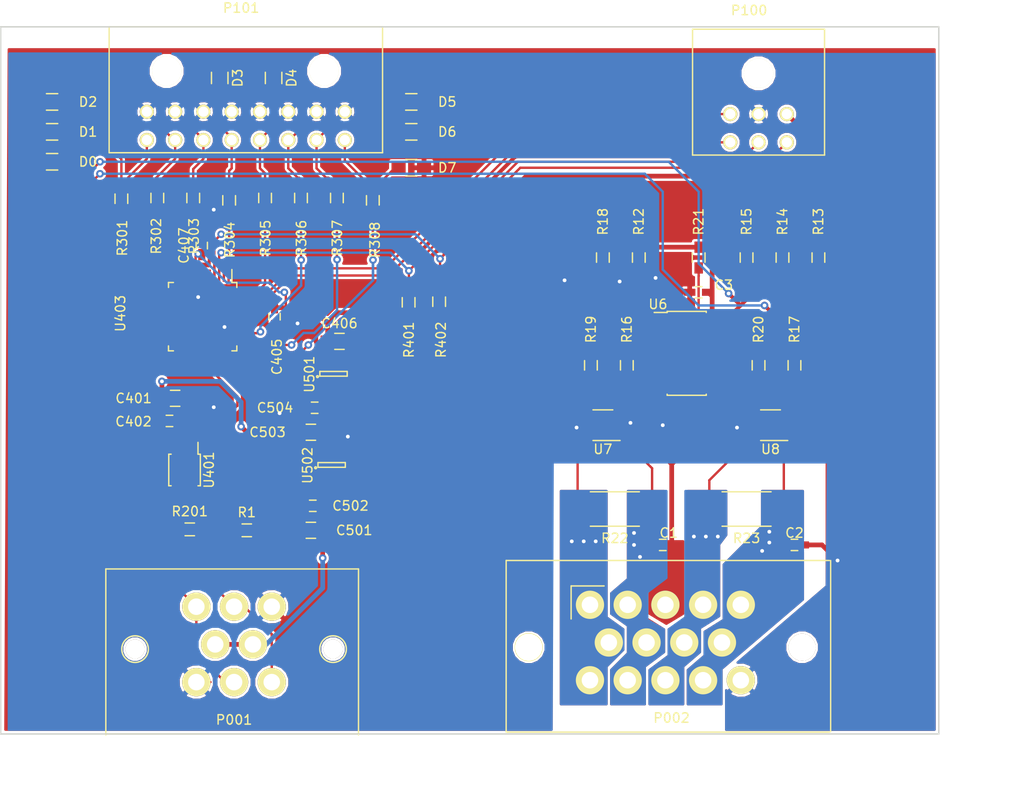
<source format=kicad_pcb>
(kicad_pcb (version 4) (host pcbnew 4.0.1-stable)
  (layers (0 F.Cu signal) (31 B.Cu signal hide) (34 B.Paste user) (35 F.Paste user) (36 B.SilkS user) (37 F.SilkS user) (38 B.Mask user) (39 F.Mask user) (44 Edge.Cuts user))
  (net 0 "")
  (net 1 GND)
  (net 2 +3V3)
  (net 3 /BACK_PANEL/CANH)
  (net 4 /FRONT_PANEL/MCU_RESET_N)
  (net 5 /FRONT_PANEL/MCU_PROG_N)
  (net 6 /FRONT_PANEL/RXD)
  (net 7 /FRONT_PANEL/TXD)
  (net 8 /FRONT_PANEL/LED0)
  (net 9 /FRONT_PANEL/LED2)
  (net 10 /FRONT_PANEL/LED4)
  (net 11 /FRONT_PANEL/LED6)
  (net 12 /FRONT_PANEL/LED1)
  (net 13 /FRONT_PANEL/LED3)
  (net 14 /FRONT_PANEL/LED5)
  (net 15 /FRONT_PANEL/LED7)
  (net 16 /Micro_Controller/PIO0_1)
  (net 17 "Net-(U403-Pad6)")
  (net 18 "Net-(U403-Pad7)")
  (net 19 "Net-(U403-Pad10)")
  (net 20 /Micro_Controller/PIO2_1)
  (net 21 /Micro_Controller/PIO0_3)
  (net 22 /Micro_Controller/PIO1_9)
  (net 23 /Micro_Controller/PIO2_4)
  (net 24 "Net-(U403-Pad21)")
  (net 25 "Net-(U403-Pad22)")
  (net 26 "Net-(U403-Pad23)")
  (net 27 "Net-(U403-Pad24)")
  (net 28 "Net-(U403-Pad25)")
  (net 29 /Micro_Controller/PIO2_2)
  (net 30 "Net-(U403-Pad27)")
  (net 31 "Net-(U403-Pad28)")
  (net 32 "Net-(U403-Pad29)")
  (net 33 /Micro_Controller/PIO1_10)
  (net 34 "Net-(U403-Pad31)")
  (net 35 /Micro_Controller/PIO0_11)
  (net 36 /Micro_Controller/PIO1_0)
  (net 37 /Micro_Controller/PIO1_1)
  (net 38 /Micro_Controller/PIO1_2)
  (net 39 /Micro_Controller/PIO2_3)
  (net 40 /Micro_Controller/PIO1_4)
  (net 41 /Micro_Controller/PIO1_11)
  (net 42 /Micro_Controller/PIO1_5)
  (net 43 "Net-(U501-Pad4)")
  (net 44 +5V)
  (net 45 /BACK_PANEL/CANL)
  (net 46 /Micro_Controller/CAN_RXD)
  (net 47 /Micro_Controller/CAN_TXD)
  (net 48 /Micro_Controller/PIO3_2)
  (net 49 "Net-(U502-Pad4)")
  (net 50 "Net-(R1-Pad1)")
  (net 51 "Net-(U401-Pad5)")
  (net 52 /BACK_PANEL/CS_SENSE+)
  (net 53 /BACK_PANEL/LV_SENSE+)
  (net 54 /BACK_PANEL/LV_SENSE-)
  (net 55 /BACK_PANEL/CS_SENSE-)
  (net 56 "Net-(R12-Pad2)")
  (net 57 "Net-(R13-Pad2)")
  (net 58 "/I2C Multiplexer and Gas Gauges/SCL")
  (net 59 "/I2C Multiplexer and Gas Gauges/SDA")
  (net 60 "Net-(R16-Pad2)")
  (net 61 "Net-(R17-Pad2)")
  (net 62 "Net-(R18-Pad2)")
  (net 63 "Net-(R19-Pad2)")
  (net 64 "Net-(R20-Pad2)")
  (net 65 "Net-(R21-Pad2)")
  (net 66 "Net-(U7-Pad6)")
  (net 67 "Net-(U8-Pad6)")
  (net 68 /Power_Supplies/+12V)
  (net 69 "Net-(D0-Pad2)")
  (net 70 "Net-(D1-Pad2)")
  (net 71 "Net-(D2-Pad2)")
  (net 72 "Net-(D3-Pad2)")
  (net 73 "Net-(D4-Pad2)")
  (net 74 "Net-(D5-Pad2)")
  (net 75 "Net-(D6-Pad2)")
  (net 76 "Net-(D7-Pad2)")
  (module MITEVT_AUTOMOTIVECON:776267-1 (layer F.Cu) (at 165 114.3)
    (fp_text reference P002 (at 8.65 12) (layer F.SilkS))
    (fp_text value CONN_01X14)
    (pad 16 thru_hole circle (at 22.5 4.5) (size 2.85 2.85) (drill 2.85) (layers *.Cu *.Mask F.SilkS))
    (pad 14 thru_hole circle (at 16 8) (size 3 3) (drill 1.75) (layers *.Cu *.Mask F.SilkS) (net 1 GND))
    (pad 13 thru_hole circle (at 12 8) (size 3 3) (drill 1.75) (layers *.Cu *.Mask F.SilkS) (net 53 /BACK_PANEL/LV_SENSE+))
    (pad 12 thru_hole circle (at 8 8) (size 3 3) (drill 1.75) (layers *.Cu *.Mask F.SilkS) (net 54 /BACK_PANEL/LV_SENSE-))
    (pad 11 thru_hole circle (at 4 8) (size 3 3) (drill 1.75) (layers *.Cu *.Mask F.SilkS) (net 52 /BACK_PANEL/CS_SENSE+))
    (pad 10 thru_hole circle (at 0 8) (size 3 3) (drill 1.75) (layers *.Cu *.Mask F.SilkS) (net 55 /BACK_PANEL/CS_SENSE-))
    (pad 9 thru_hole circle (at 14 4) (size 3 3) (drill 1.75) (layers *.Cu *.Mask F.SilkS) (net 53 /BACK_PANEL/LV_SENSE+))
    (pad 8 thru_hole circle (at 10 4) (size 3 3) (drill 1.75) (layers *.Cu *.Mask F.SilkS) (net 54 /BACK_PANEL/LV_SENSE-))
    (pad 7 thru_hole circle (at 6 4) (size 3 3) (drill 1.75) (layers *.Cu *.Mask F.SilkS) (net 52 /BACK_PANEL/CS_SENSE+))
    (pad 2 thru_hole circle (at 4 0) (size 3 3) (drill 1.75) (layers *.Cu *.Mask F.SilkS) (net 52 /BACK_PANEL/CS_SENSE+))
    (pad 5 thru_hole circle (at 16 0) (size 3 3) (drill 1.75) (layers *.Cu *.Mask F.SilkS) (net 53 /BACK_PANEL/LV_SENSE+))
    (pad 4 thru_hole circle (at 12 0) (size 3 3) (drill 1.75) (layers *.Cu *.Mask F.SilkS) (net 54 /BACK_PANEL/LV_SENSE-))
    (pad 3 thru_hole circle (at 8 0) (size 3 3) (drill 1.75) (layers *.Cu *.Mask F.SilkS) (net 1 GND))
    (pad 1 thru_hole circle (at 0 0) (size 3 3) (drill 1.75) (layers *.Cu *.Mask F.SilkS) (net 55 /BACK_PANEL/CS_SENSE-))
    (pad 6 thru_hole circle (at 2 4) (size 3 3) (drill 1.75) (layers *.Cu *.Mask F.SilkS) (net 55 /BACK_PANEL/CS_SENSE-))
    (pad 15 thru_hole circle (at -6.5 4.5) (size 2.85 2.85) (drill 2.85) (layers *.Cu *.Mask F.SilkS))
  )
  (module Resistors_SMD:R_2512_HandSoldering (layer F.Cu) (at 167.64 104.14 180)
    (fp_text reference R22 (at 0 -3.1 180) (layer F.SilkS))
    (fp_text value 0.002)
    (pad 1 smd rect (at -3.95 0 180) (size 2.7 3.2) (layers F.Cu F.Paste F.Mask) (net 52 /BACK_PANEL/CS_SENSE+))
    (pad 2 smd rect (at 3.95 0 180) (size 2.7 3.2) (layers F.Cu F.Paste F.Mask) (net 55 /BACK_PANEL/CS_SENSE-))
  )
  (module Connectors_Molex:Connector_Microfit3_Header_02x03_Angled_43045-060x (layer F.Cu) (at 179.88 62.25 180)
    (fp_text reference P100 (at -2 11 180) (layer F.SilkS))
    (fp_text value ISP)
    (pad 1 thru_hole circle (at 0 0 180) (size 1.5 1.5) (drill 1.1) (layers *.Cu *.Mask F.SilkS) (net 7 /FRONT_PANEL/TXD))
    (pad 4 thru_hole circle (at 0 -3 180) (size 1.5 1.5) (drill 1.1) (layers *.Cu *.Mask F.SilkS) (net 6 /FRONT_PANEL/RXD))
    (pad 5 thru_hole circle (at -3 -3 180) (size 1.5 1.5) (drill 1.1) (layers *.Cu *.Mask F.SilkS) (net 4 /FRONT_PANEL/MCU_RESET_N))
    (pad 2 thru_hole circle (at -3 0 180) (size 1.5 1.5) (drill 1.1) (layers *.Cu *.Mask F.SilkS) (net 1 GND))
    (pad 6 thru_hole circle (at -6 -3 180) (size 1.5 1.5) (drill 1.1) (layers *.Cu *.Mask F.SilkS) (net 5 /FRONT_PANEL/MCU_PROG_N))
    (pad 3 thru_hole circle (at -6 0 180) (size 1.5 1.5) (drill 1.1) (layers *.Cu *.Mask F.SilkS) (net 44 +5V))
    (pad "" np_thru_hole circle (at -3 4.32 180) (size 3.1 3.1) (drill 3.1) (layers *.Cu *.Mask F.SilkS))
  )
  (module MITEVT_AUTOMOTIVECON:776280-1 (layer F.Cu) (at 123.25 122.5)
    (fp_text reference P001 (at 4 4) (layer F.SilkS))
    (fp_text value CANCONNECTOR)
    (pad 6 thru_hole circle (at 0 0) (size 3 3) (drill 1.75) (layers *.Cu *.Mask F.SilkS) (net 1 GND))
    (pad 1 thru_hole circle (at 0 -8) (size 3 3) (drill 1.75) (layers *.Cu *.Mask F.SilkS) (net 45 /BACK_PANEL/CANL))
    (pad 2 thru_hole circle (at 4 -8) (size 3 3) (drill 1.75) (layers *.Cu *.Mask F.SilkS) (net 3 /BACK_PANEL/CANH))
    (pad 3 thru_hole circle (at 8 -8) (size 3 3) (drill 1.75) (layers *.Cu *.Mask F.SilkS) (net 1 GND))
    (pad 7 thru_hole circle (at 4 0) (size 3 3) (drill 1.75) (layers *.Cu *.Mask F.SilkS) (net 45 /BACK_PANEL/CANL))
    (pad 8 thru_hole circle (at 8 0) (size 3 3) (drill 1.75) (layers *.Cu *.Mask F.SilkS) (net 3 /BACK_PANEL/CANH))
    (pad 5 thru_hole circle (at 6 -4) (size 3 3) (drill 1.75) (layers *.Cu *.Mask F.SilkS) (net 68 /Power_Supplies/+12V))
    (pad 4 thru_hole circle (at 2 -4) (size 3 3) (drill 1.75) (layers *.Cu *.Mask F.SilkS) (net 68 /Power_Supplies/+12V))
    (pad 9 thru_hole circle (at -6.5 -3.5) (size 2 2) (drill 2) (layers *.Cu *.Mask F.SilkS))
    (pad 10 thru_hole circle (at 14.5 -3.5) (size 2 2) (drill 2) (layers *.Cu *.Mask F.SilkS))
  )
  (module Connectors_Molex:Connector_Microfit3_Header_02x08_Angled_43045-160x (layer F.Cu) (at 118 62 180)
    (fp_text reference P101 (at -10 11 180) (layer F.SilkS))
    (fp_text value DEBUG_LED)
    (pad 9 thru_hole circle (at 0 -3 180) (size 1.5 1.5) (drill 1.1) (layers *.Cu *.Mask F.SilkS) (net 69 "Net-(D0-Pad2)"))
    (pad 1 thru_hole circle (at 0 0 180) (size 1.5 1.5) (drill 1.1) (layers *.Cu *.Mask F.SilkS) (net 1 GND))
    (pad 2 thru_hole circle (at -3 0 180) (size 1.5 1.5) (drill 1.1) (layers *.Cu *.Mask F.SilkS) (net 1 GND))
    (pad 10 thru_hole circle (at -3 -3 180) (size 1.5 1.5) (drill 1.1) (layers *.Cu *.Mask F.SilkS) (net 70 "Net-(D1-Pad2)"))
    (pad 11 thru_hole circle (at -6 -3 180) (size 1.5 1.5) (drill 1.1) (layers *.Cu *.Mask F.SilkS) (net 71 "Net-(D2-Pad2)"))
    (pad 3 thru_hole circle (at -6 0 180) (size 1.5 1.5) (drill 1.1) (layers *.Cu *.Mask F.SilkS) (net 1 GND))
    (pad 4 thru_hole circle (at -9 0 180) (size 1.5 1.5) (drill 1.1) (layers *.Cu *.Mask F.SilkS) (net 1 GND))
    (pad 12 thru_hole circle (at -9 -3 180) (size 1.5 1.5) (drill 1.1) (layers *.Cu *.Mask F.SilkS) (net 72 "Net-(D3-Pad2)"))
    (pad "" np_thru_hole circle (at -2.1 4.32 180) (size 3.1 3.1) (drill 3.1) (layers *.Cu *.Mask F.SilkS))
    (pad 13 thru_hole circle (at -12 -3 180) (size 1.5 1.5) (drill 1.1) (layers *.Cu *.Mask F.SilkS) (net 73 "Net-(D4-Pad2)"))
    (pad 5 thru_hole circle (at -12 0 180) (size 1.5 1.5) (drill 1.1) (layers *.Cu *.Mask F.SilkS) (net 1 GND))
    (pad 6 thru_hole circle (at -15 0 180) (size 1.5 1.5) (drill 1.1) (layers *.Cu *.Mask F.SilkS) (net 1 GND))
    (pad 14 thru_hole circle (at -15 -3 180) (size 1.5 1.5) (drill 1.1) (layers *.Cu *.Mask F.SilkS) (net 74 "Net-(D5-Pad2)"))
    (pad 15 thru_hole circle (at -18 -3 180) (size 1.5 1.5) (drill 1.1) (layers *.Cu *.Mask F.SilkS) (net 75 "Net-(D6-Pad2)"))
    (pad 7 thru_hole circle (at -18 0 180) (size 1.5 1.5) (drill 1.1) (layers *.Cu *.Mask F.SilkS) (net 1 GND))
    (pad 16 thru_hole circle (at -21 -3 180) (size 1.5 1.5) (drill 1.1) (layers *.Cu *.Mask F.SilkS) (net 76 "Net-(D7-Pad2)"))
    (pad 8 thru_hole circle (at -21 0 180) (size 1.5 1.5) (drill 1.1) (layers *.Cu *.Mask F.SilkS) (net 1 GND))
    (pad "" np_thru_hole circle (at -18.8 4.32 180) (size 3.1 3.1) (drill 3.1) (layers *.Cu *.Mask F.SilkS))
  )
  (module Capacitors_SMD:C_0805_HandSoldering (layer F.Cu) (at 121 92.4)
    (fp_text reference C401 (at -4.4 0) (layer F.SilkS))
    (fp_text value 10uF)
    (pad 1 smd rect (at -1.25 0) (size 1.5 1.25) (layers F.Cu F.Paste F.Mask) (net 44 +5V))
    (pad 2 smd rect (at 1.25 0) (size 1.5 1.25) (layers F.Cu F.Paste F.Mask) (net 1 GND))
  )
  (module Capacitors_SMD:C_0603_HandSoldering (layer F.Cu) (at 131.54 83.74 270)
    (fp_text reference C405 (at 4.26 -0.26 270) (layer F.SilkS))
    (fp_text value 0.1uF)
    (pad 1 smd rect (at -0.95 0 270) (size 1.2 0.75) (layers F.Cu F.Paste F.Mask) (net 2 +3V3))
    (pad 2 smd rect (at 0.95 0 270) (size 1.2 0.75) (layers F.Cu F.Paste F.Mask) (net 1 GND))
  )
  (module Capacitors_SMD:C_0805_HandSoldering (layer F.Cu) (at 138.43 86.36)
    (fp_text reference C406 (at 0 -1.905) (layer F.SilkS))
    (fp_text value 10uF)
    (pad 1 smd rect (at -1.25 0) (size 1.5 1.25) (layers F.Cu F.Paste F.Mask) (net 2 +3V3))
    (pad 2 smd rect (at 1.25 0) (size 1.5 1.25) (layers F.Cu F.Paste F.Mask) (net 1 GND))
  )
  (module Resistors_SMD:R_0603_HandSoldering (layer F.Cu) (at 122.555 106.299)
    (fp_text reference R201 (at 0 -1.9) (layer F.SilkS))
    (fp_text value 120)
    (pad 1 smd rect (at -1.1 0) (size 1.2 0.9) (layers F.Cu F.Paste F.Mask) (net 45 /BACK_PANEL/CANL))
    (pad 2 smd rect (at 1.1 0) (size 1.2 0.9) (layers F.Cu F.Paste F.Mask) (net 3 /BACK_PANEL/CANH))
  )
  (module Resistors_SMD:R_0603_HandSoldering (layer F.Cu) (at 115.3 71.23 90)
    (fp_text reference R301 (at -4.17 0.1 90) (layer F.SilkS))
    (fp_text value 100)
    (pad 1 smd rect (at -1.1 0 90) (size 1.2 0.9) (layers F.Cu F.Paste F.Mask) (net 8 /FRONT_PANEL/LED0))
    (pad 2 smd rect (at 1.1 0 90) (size 1.2 0.9) (layers F.Cu F.Paste F.Mask) (net 69 "Net-(D0-Pad2)"))
  )
  (module Resistors_SMD:R_0603_HandSoldering (layer F.Cu) (at 119.11 71.15 270)
    (fp_text reference R302 (at 4.05 0.11 270) (layer F.SilkS))
    (fp_text value 100)
    (pad 1 smd rect (at -1.1 0 270) (size 1.2 0.9) (layers F.Cu F.Paste F.Mask) (net 70 "Net-(D1-Pad2)"))
    (pad 2 smd rect (at 1.1 0 270) (size 1.2 0.9) (layers F.Cu F.Paste F.Mask) (net 12 /FRONT_PANEL/LED1))
  )
  (module Resistors_SMD:R_0603_HandSoldering (layer F.Cu) (at 122.92 71.15 270)
    (fp_text reference R303 (at 4.05 -0.08 270) (layer F.SilkS))
    (fp_text value 100)
    (pad 1 smd rect (at -1.1 0 270) (size 1.2 0.9) (layers F.Cu F.Paste F.Mask) (net 71 "Net-(D2-Pad2)"))
    (pad 2 smd rect (at 1.1 0 270) (size 1.2 0.9) (layers F.Cu F.Paste F.Mask) (net 9 /FRONT_PANEL/LED2))
  )
  (module Resistors_SMD:R_0603_HandSoldering (layer F.Cu) (at 126.73 71.4 90)
    (fp_text reference R304 (at -4.2 0.07 90) (layer F.SilkS))
    (fp_text value 100)
    (pad 1 smd rect (at -1.1 0 90) (size 1.2 0.9) (layers F.Cu F.Paste F.Mask) (net 13 /FRONT_PANEL/LED3))
    (pad 2 smd rect (at 1.1 0 90) (size 1.2 0.9) (layers F.Cu F.Paste F.Mask) (net 72 "Net-(D3-Pad2)"))
  )
  (module Resistors_SMD:R_0603_HandSoldering (layer F.Cu) (at 130.54 71.15 270)
    (fp_text reference R305 (at 4.25 -0.06 270) (layer F.SilkS))
    (fp_text value 100)
    (pad 1 smd rect (at -1.1 0 270) (size 1.2 0.9) (layers F.Cu F.Paste F.Mask) (net 73 "Net-(D4-Pad2)"))
    (pad 2 smd rect (at 1.1 0 270) (size 1.2 0.9) (layers F.Cu F.Paste F.Mask) (net 10 /FRONT_PANEL/LED4))
  )
  (module Resistors_SMD:R_0603_HandSoldering (layer F.Cu) (at 134.35 71.15 90)
    (fp_text reference R306 (at -4.25 0.05 90) (layer F.SilkS))
    (fp_text value 100)
    (pad 1 smd rect (at -1.1 0 90) (size 1.2 0.9) (layers F.Cu F.Paste F.Mask) (net 14 /FRONT_PANEL/LED5))
    (pad 2 smd rect (at 1.1 0 90) (size 1.2 0.9) (layers F.Cu F.Paste F.Mask) (net 74 "Net-(D5-Pad2)"))
  )
  (module Resistors_SMD:R_0603_HandSoldering (layer F.Cu) (at 138.16 71.15 270)
    (fp_text reference R307 (at 4.25 -0.04 270) (layer F.SilkS))
    (fp_text value 100)
    (pad 1 smd rect (at -1.1 0 270) (size 1.2 0.9) (layers F.Cu F.Paste F.Mask) (net 75 "Net-(D6-Pad2)"))
    (pad 2 smd rect (at 1.1 0 270) (size 1.2 0.9) (layers F.Cu F.Paste F.Mask) (net 11 /FRONT_PANEL/LED6))
  )
  (module Resistors_SMD:R_0603_HandSoldering (layer F.Cu) (at 141.97 71.4 90)
    (fp_text reference R308 (at -4.2 0.23 90) (layer F.SilkS))
    (fp_text value 100)
    (pad 1 smd rect (at -1.1 0 90) (size 1.2 0.9) (layers F.Cu F.Paste F.Mask) (net 15 /FRONT_PANEL/LED7))
    (pad 2 smd rect (at 1.1 0 90) (size 1.2 0.9) (layers F.Cu F.Paste F.Mask) (net 76 "Net-(D7-Pad2)"))
  )
  (module Resistors_SMD:R_0603_HandSoldering (layer F.Cu) (at 145.764 82.216 90)
    (fp_text reference R401 (at -3.984 0.036 90) (layer F.SilkS))
    (fp_text value 10k)
    (pad 1 smd rect (at -1.1 0 90) (size 1.2 0.9) (layers F.Cu F.Paste F.Mask) (net 2 +3V3))
    (pad 2 smd rect (at 1.1 0 90) (size 1.2 0.9) (layers F.Cu F.Paste F.Mask) (net 4 /FRONT_PANEL/MCU_RESET_N))
  )
  (module Resistors_SMD:R_0603_HandSoldering (layer F.Cu) (at 149.0025 82.1525 90)
    (fp_text reference R402 (at -4.0475 0.1975 90) (layer F.SilkS))
    (fp_text value 10k)
    (pad 1 smd rect (at -1.1 0 90) (size 1.2 0.9) (layers F.Cu F.Paste F.Mask) (net 2 +3V3))
    (pad 2 smd rect (at 1.1 0 90) (size 1.2 0.9) (layers F.Cu F.Paste F.Mask) (net 5 /FRONT_PANEL/MCU_PROG_N))
  )
  (module Housings_SSOP:MSOP-8_3x3mm_Pitch0.65mm (layer F.Cu) (at 122 100 270)
    (fp_text reference U401 (at 0 -2.6 270) (layer F.SilkS))
    (fp_text value MCP2551-I/SN)
    (pad 1 smd rect (at -2.2 -0.975 270) (size 1.45 0.45) (layers F.Cu F.Paste F.Mask) (net 47 /Micro_Controller/CAN_TXD))
    (pad 2 smd rect (at -2.2 -0.325 270) (size 1.45 0.45) (layers F.Cu F.Paste F.Mask) (net 1 GND))
    (pad 3 smd rect (at -2.2 0.325 270) (size 1.45 0.45) (layers F.Cu F.Paste F.Mask) (net 44 +5V))
    (pad 4 smd rect (at -2.2 0.975 270) (size 1.45 0.45) (layers F.Cu F.Paste F.Mask) (net 46 /Micro_Controller/CAN_RXD))
    (pad 5 smd rect (at 2.2 0.975 270) (size 1.45 0.45) (layers F.Cu F.Paste F.Mask) (net 51 "Net-(U401-Pad5)"))
    (pad 6 smd rect (at 2.2 0.325 270) (size 1.45 0.45) (layers F.Cu F.Paste F.Mask) (net 45 /BACK_PANEL/CANL))
    (pad 7 smd rect (at 2.2 -0.325 270) (size 1.45 0.45) (layers F.Cu F.Paste F.Mask) (net 3 /BACK_PANEL/CANH))
    (pad 8 smd rect (at 2.2 -0.975 270) (size 1.45 0.45) (layers F.Cu F.Paste F.Mask) (net 50 "Net-(R1-Pad1)"))
  )
  (module Housings_QFP:LQFP-48_7x7mm_Pitch0.5mm (layer F.Cu) (at 123.92 83.74 270)
    (fp_text reference U403 (at -0.34 8.72 270) (layer F.SilkS))
    (fp_text value LPC11C14)
    (pad 1 smd rect (at -4.35 -2.75 270) (size 1.3 0.25) (layers F.Cu F.Paste F.Mask) (net 13 /FRONT_PANEL/LED3))
    (pad 2 smd rect (at -4.35 -2.25 270) (size 1.3 0.25) (layers F.Cu F.Paste F.Mask) (net 16 /Micro_Controller/PIO0_1))
    (pad 3 smd rect (at -4.35 -1.75 270) (size 1.3 0.25) (layers F.Cu F.Paste F.Mask) (net 4 /FRONT_PANEL/MCU_RESET_N))
    (pad 4 smd rect (at -4.35 -1.25 270) (size 1.3 0.25) (layers F.Cu F.Paste F.Mask) (net 5 /FRONT_PANEL/MCU_PROG_N))
    (pad 5 smd rect (at -4.35 -0.75 270) (size 1.3 0.25) (layers F.Cu F.Paste F.Mask) (net 1 GND))
    (pad 6 smd rect (at -4.35 -0.25 270) (size 1.3 0.25) (layers F.Cu F.Paste F.Mask) (net 17 "Net-(U403-Pad6)"))
    (pad 7 smd rect (at -4.35 0.25 270) (size 1.3 0.25) (layers F.Cu F.Paste F.Mask) (net 18 "Net-(U403-Pad7)"))
    (pad 8 smd rect (at -4.35 0.75 270) (size 1.3 0.25) (layers F.Cu F.Paste F.Mask) (net 2 +3V3))
    (pad 9 smd rect (at -4.35 1.25 270) (size 1.3 0.25) (layers F.Cu F.Paste F.Mask) (net 9 /FRONT_PANEL/LED2))
    (pad 10 smd rect (at -4.35 1.75 270) (size 1.3 0.25) (layers F.Cu F.Paste F.Mask) (net 19 "Net-(U403-Pad10)"))
    (pad 11 smd rect (at -4.35 2.25 270) (size 1.3 0.25) (layers F.Cu F.Paste F.Mask) (net 12 /FRONT_PANEL/LED1))
    (pad 12 smd rect (at -4.35 2.75 270) (size 1.3 0.25) (layers F.Cu F.Paste F.Mask) (net 8 /FRONT_PANEL/LED0))
    (pad 13 smd rect (at -2.75 4.35) (size 1.3 0.25) (layers F.Cu F.Paste F.Mask) (net 20 /Micro_Controller/PIO2_1))
    (pad 14 smd rect (at -2.25 4.35) (size 1.3 0.25) (layers F.Cu F.Paste F.Mask) (net 21 /Micro_Controller/PIO0_3))
    (pad 15 smd rect (at -1.75 4.35) (size 1.3 0.25) (layers F.Cu F.Paste F.Mask) (net 58 "/I2C Multiplexer and Gas Gauges/SCL"))
    (pad 16 smd rect (at -1.25 4.35) (size 1.3 0.25) (layers F.Cu F.Paste F.Mask) (net 59 "/I2C Multiplexer and Gas Gauges/SDA"))
    (pad 17 smd rect (at -0.75 4.35) (size 1.3 0.25) (layers F.Cu F.Paste F.Mask) (net 22 /Micro_Controller/PIO1_9))
    (pad 18 smd rect (at -0.25 4.35) (size 1.3 0.25) (layers F.Cu F.Paste F.Mask) (net 23 /Micro_Controller/PIO2_4))
    (pad 19 smd rect (at 0.25 4.35) (size 1.3 0.25) (layers F.Cu F.Paste F.Mask) (net 46 /Micro_Controller/CAN_RXD))
    (pad 20 smd rect (at 0.75 4.35) (size 1.3 0.25) (layers F.Cu F.Paste F.Mask) (net 47 /Micro_Controller/CAN_TXD))
    (pad 21 smd rect (at 1.25 4.35) (size 1.3 0.25) (layers F.Cu F.Paste F.Mask) (net 24 "Net-(U403-Pad21)"))
    (pad 22 smd rect (at 1.75 4.35) (size 1.3 0.25) (layers F.Cu F.Paste F.Mask) (net 25 "Net-(U403-Pad22)"))
    (pad 23 smd rect (at 2.25 4.35) (size 1.3 0.25) (layers F.Cu F.Paste F.Mask) (net 26 "Net-(U403-Pad23)"))
    (pad 24 smd rect (at 2.75 4.35) (size 1.3 0.25) (layers F.Cu F.Paste F.Mask) (net 27 "Net-(U403-Pad24)"))
    (pad 25 smd rect (at 4.35 2.75 270) (size 1.3 0.25) (layers F.Cu F.Paste F.Mask) (net 28 "Net-(U403-Pad25)"))
    (pad 26 smd rect (at 4.35 2.25 270) (size 1.3 0.25) (layers F.Cu F.Paste F.Mask) (net 29 /Micro_Controller/PIO2_2))
    (pad 27 smd rect (at 4.35 1.75 270) (size 1.3 0.25) (layers F.Cu F.Paste F.Mask) (net 30 "Net-(U403-Pad27)"))
    (pad 28 smd rect (at 4.35 1.25 270) (size 1.3 0.25) (layers F.Cu F.Paste F.Mask) (net 31 "Net-(U403-Pad28)"))
    (pad 29 smd rect (at 4.35 0.75 270) (size 1.3 0.25) (layers F.Cu F.Paste F.Mask) (net 32 "Net-(U403-Pad29)"))
    (pad 30 smd rect (at 4.35 0.25 270) (size 1.3 0.25) (layers F.Cu F.Paste F.Mask) (net 33 /Micro_Controller/PIO1_10))
    (pad 31 smd rect (at 4.35 -0.25 270) (size 1.3 0.25) (layers F.Cu F.Paste F.Mask) (net 34 "Net-(U403-Pad31)"))
    (pad 32 smd rect (at 4.35 -0.75 270) (size 1.3 0.25) (layers F.Cu F.Paste F.Mask) (net 35 /Micro_Controller/PIO0_11))
    (pad 33 smd rect (at 4.35 -1.25 270) (size 1.3 0.25) (layers F.Cu F.Paste F.Mask) (net 36 /Micro_Controller/PIO1_0))
    (pad 34 smd rect (at 4.35 -1.75 270) (size 1.3 0.25) (layers F.Cu F.Paste F.Mask) (net 37 /Micro_Controller/PIO1_1))
    (pad 35 smd rect (at 4.35 -2.25 270) (size 1.3 0.25) (layers F.Cu F.Paste F.Mask) (net 38 /Micro_Controller/PIO1_2))
    (pad 36 smd rect (at 4.35 -2.75 270) (size 1.3 0.25) (layers F.Cu F.Paste F.Mask) (net 15 /FRONT_PANEL/LED7))
    (pad 37 smd rect (at 2.75 -4.35) (size 1.3 0.25) (layers F.Cu F.Paste F.Mask) (net 11 /FRONT_PANEL/LED6))
    (pad 38 smd rect (at 2.25 -4.35) (size 1.3 0.25) (layers F.Cu F.Paste F.Mask) (net 39 /Micro_Controller/PIO2_3))
    (pad 39 smd rect (at 1.75 -4.35) (size 1.3 0.25) (layers F.Cu F.Paste F.Mask) (net 14 /FRONT_PANEL/LED5))
    (pad 40 smd rect (at 1.25 -4.35) (size 1.3 0.25) (layers F.Cu F.Paste F.Mask) (net 40 /Micro_Controller/PIO1_4))
    (pad 41 smd rect (at 0.75 -4.35) (size 1.3 0.25) (layers F.Cu F.Paste F.Mask) (net 1 GND))
    (pad 42 smd rect (at 0.25 -4.35) (size 1.3 0.25) (layers F.Cu F.Paste F.Mask) (net 41 /Micro_Controller/PIO1_11))
    (pad 43 smd rect (at -0.25 -4.35) (size 1.3 0.25) (layers F.Cu F.Paste F.Mask) (net 48 /Micro_Controller/PIO3_2))
    (pad 44 smd rect (at -0.75 -4.35) (size 1.3 0.25) (layers F.Cu F.Paste F.Mask) (net 2 +3V3))
    (pad 45 smd rect (at -1.25 -4.35) (size 1.3 0.25) (layers F.Cu F.Paste F.Mask) (net 42 /Micro_Controller/PIO1_5))
    (pad 46 smd rect (at -1.75 -4.35) (size 1.3 0.25) (layers F.Cu F.Paste F.Mask) (net 6 /FRONT_PANEL/RXD))
    (pad 47 smd rect (at -2.25 -4.35) (size 1.3 0.25) (layers F.Cu F.Paste F.Mask) (net 7 /FRONT_PANEL/TXD))
    (pad 48 smd rect (at -2.75 -4.35) (size 1.3 0.25) (layers F.Cu F.Paste F.Mask) (net 10 /FRONT_PANEL/LED4))
  )
  (module Housings_SOT-23_SOT-143_TSOT-6:SOT-23-5 (layer F.Cu) (at 137.8 89.8 90)
    (fp_text reference U501 (at -0.05 -2.55 90) (layer F.SilkS))
    (fp_text value MCP1755-33)
    (pad 1 smd rect (at -1.1 -0.95 90) (size 1.06 0.65) (layers F.Cu F.Paste F.Mask) (net 44 +5V))
    (pad 2 smd rect (at -1.1 0 90) (size 1.06 0.65) (layers F.Cu F.Paste F.Mask) (net 1 GND))
    (pad 3 smd rect (at -1.1 0.95 90) (size 1.06 0.65) (layers F.Cu F.Paste F.Mask) (net 44 +5V))
    (pad 4 smd rect (at 1.1 0.95 90) (size 1.06 0.65) (layers F.Cu F.Paste F.Mask) (net 43 "Net-(U501-Pad4)"))
    (pad 5 smd rect (at 1.1 -0.95 90) (size 1.06 0.65) (layers F.Cu F.Paste F.Mask) (net 2 +3V3))
  )
  (module Housings_SOT-23_SOT-143_TSOT-6:SOT-23-5 (layer F.Cu) (at 137.602 99.465 90)
    (fp_text reference U502 (at -0.05 -2.55 90) (layer F.SilkS))
    (fp_text value MCP1755-5)
    (pad 1 smd rect (at -1.1 -0.95 90) (size 1.06 0.65) (layers F.Cu F.Paste F.Mask) (net 68 /Power_Supplies/+12V))
    (pad 2 smd rect (at -1.1 0 90) (size 1.06 0.65) (layers F.Cu F.Paste F.Mask) (net 1 GND))
    (pad 3 smd rect (at -1.1 0.95 90) (size 1.06 0.65) (layers F.Cu F.Paste F.Mask) (net 68 /Power_Supplies/+12V))
    (pad 4 smd rect (at 1.1 0.95 90) (size 1.06 0.65) (layers F.Cu F.Paste F.Mask) (net 49 "Net-(U502-Pad4)"))
    (pad 5 smd rect (at 1.1 -0.95 90) (size 1.06 0.65) (layers F.Cu F.Paste F.Mask) (net 44 +5V))
  )
  (module Resistors_SMD:R_0603_HandSoldering (layer F.Cu) (at 128.6 106.4)
    (fp_text reference R1 (at 0 -1.9) (layer F.SilkS))
    (fp_text value 20k)
    (pad 1 smd rect (at -1.1 0) (size 1.2 0.9) (layers F.Cu F.Paste F.Mask) (net 50 "Net-(R1-Pad1)"))
    (pad 2 smd rect (at 1.1 0) (size 1.2 0.9) (layers F.Cu F.Paste F.Mask) (net 1 GND))
  )
  (module Capacitors_SMD:C_0805_HandSoldering (layer F.Cu) (at 135.4 106.4)
    (fp_text reference C501 (at 4.6 0) (layer F.SilkS))
    (fp_text value 10μ)
    (pad 1 smd rect (at -1.25 0) (size 1.5 1.25) (layers F.Cu F.Paste F.Mask) (net 1 GND))
    (pad 2 smd rect (at 1.25 0) (size 1.5 1.25) (layers F.Cu F.Paste F.Mask) (net 68 /Power_Supplies/+12V))
  )
  (module Capacitors_SMD:C_0603_HandSoldering (layer F.Cu) (at 135.6 103.8 180)
    (fp_text reference C502 (at -4 0 180) (layer F.SilkS))
    (fp_text value .1μ)
    (pad 1 smd rect (at -0.95 0 180) (size 1.2 0.75) (layers F.Cu F.Paste F.Mask) (net 68 /Power_Supplies/+12V))
    (pad 2 smd rect (at 0.95 0 180) (size 1.2 0.75) (layers F.Cu F.Paste F.Mask) (net 1 GND))
  )
  (module Capacitors_SMD:C_0805_HandSoldering (layer F.Cu) (at 135.4 96 180)
    (fp_text reference C503 (at 4.6 0 180) (layer F.SilkS))
    (fp_text value 10μ)
    (pad 1 smd rect (at -1.25 0 180) (size 1.5 1.25) (layers F.Cu F.Paste F.Mask) (net 44 +5V))
    (pad 2 smd rect (at 1.25 0 180) (size 1.5 1.25) (layers F.Cu F.Paste F.Mask) (net 1 GND))
  )
  (module Capacitors_SMD:C_0603_HandSoldering (layer F.Cu) (at 135.8 93.4 180)
    (fp_text reference C504 (at 4.2 0 180) (layer F.SilkS))
    (fp_text value .1μ)
    (pad 1 smd rect (at -0.95 0 180) (size 1.2 0.75) (layers F.Cu F.Paste F.Mask) (net 44 +5V))
    (pad 2 smd rect (at 0.95 0 180) (size 1.2 0.75) (layers F.Cu F.Paste F.Mask) (net 1 GND))
  )
  (module Capacitors_SMD:C_0603_HandSoldering (layer F.Cu) (at 120.4 94.8)
    (fp_text reference C402 (at -3.814 0.069) (layer F.SilkS))
    (fp_text value 0.1uF)
    (pad 1 smd rect (at -0.95 0) (size 1.2 0.75) (layers F.Cu F.Paste F.Mask) (net 44 +5V))
    (pad 2 smd rect (at 0.95 0) (size 1.2 0.75) (layers F.Cu F.Paste F.Mask) (net 1 GND))
  )
  (module Capacitors_SMD:C_0603_HandSoldering (layer F.Cu) (at 172.72 107.95)
    (fp_text reference C1 (at 0.635 -1.27) (layer F.SilkS))
    (fp_text value 1uF)
    (pad 1 smd rect (at -0.95 0) (size 1.2 0.75) (layers F.Cu F.Paste F.Mask) (net 52 /BACK_PANEL/CS_SENSE+))
    (pad 2 smd rect (at 0.95 0) (size 1.2 0.75) (layers F.Cu F.Paste F.Mask) (net 1 GND))
  )
  (module Capacitors_SMD:C_0603_HandSoldering (layer F.Cu) (at 186.69 107.95)
    (fp_text reference C2 (at 0 -1.27) (layer F.SilkS))
    (fp_text value 1uF)
    (pad 1 smd rect (at -0.95 0) (size 1.2 0.75) (layers F.Cu F.Paste F.Mask) (net 53 /BACK_PANEL/LV_SENSE+))
    (pad 2 smd rect (at 0.95 0) (size 1.2 0.75) (layers F.Cu F.Paste F.Mask) (net 1 GND))
  )
  (module Resistors_SMD:R_0603_HandSoldering (layer F.Cu) (at 170.18 77.47 270)
    (fp_text reference R12 (at -3.81 0 270) (layer F.SilkS))
    (fp_text value 10k)
    (pad 1 smd rect (at -1.1 0 270) (size 1.2 0.9) (layers F.Cu F.Paste F.Mask) (net 44 +5V))
    (pad 2 smd rect (at 1.1 0 270) (size 1.2 0.9) (layers F.Cu F.Paste F.Mask) (net 56 "Net-(R12-Pad2)"))
  )
  (module Resistors_SMD:R_0603_HandSoldering (layer F.Cu) (at 189.23 77.47 270)
    (fp_text reference R13 (at -3.81 0 270) (layer F.SilkS))
    (fp_text value 10k)
    (pad 1 smd rect (at -1.1 0 270) (size 1.2 0.9) (layers F.Cu F.Paste F.Mask) (net 44 +5V))
    (pad 2 smd rect (at 1.1 0 270) (size 1.2 0.9) (layers F.Cu F.Paste F.Mask) (net 57 "Net-(R13-Pad2)"))
  )
  (module Resistors_SMD:R_0603_HandSoldering (layer F.Cu) (at 185.42 77.47 270)
    (fp_text reference R14 (at -3.81 0 270) (layer F.SilkS))
    (fp_text value 10k)
    (pad 1 smd rect (at -1.1 0 270) (size 1.2 0.9) (layers F.Cu F.Paste F.Mask) (net 44 +5V))
    (pad 2 smd rect (at 1.1 0 270) (size 1.2 0.9) (layers F.Cu F.Paste F.Mask) (net 58 "/I2C Multiplexer and Gas Gauges/SCL"))
  )
  (module Resistors_SMD:R_0603_HandSoldering (layer F.Cu) (at 181.61 77.47 270)
    (fp_text reference R15 (at -3.81 0 270) (layer F.SilkS))
    (fp_text value 10k)
    (pad 1 smd rect (at -1.1 0 270) (size 1.2 0.9) (layers F.Cu F.Paste F.Mask) (net 44 +5V))
    (pad 2 smd rect (at 1.1 0 270) (size 1.2 0.9) (layers F.Cu F.Paste F.Mask) (net 59 "/I2C Multiplexer and Gas Gauges/SDA"))
  )
  (module Resistors_SMD:R_0603_HandSoldering (layer F.Cu) (at 168.91 88.9 270)
    (fp_text reference R16 (at -3.81 0 270) (layer F.SilkS))
    (fp_text value 10k)
    (pad 1 smd rect (at -1.1 0 270) (size 1.2 0.9) (layers F.Cu F.Paste F.Mask) (net 44 +5V))
    (pad 2 smd rect (at 1.1 0 270) (size 1.2 0.9) (layers F.Cu F.Paste F.Mask) (net 60 "Net-(R16-Pad2)"))
  )
  (module Resistors_SMD:R_0603_HandSoldering (layer F.Cu) (at 186.69 88.9 270)
    (fp_text reference R17 (at -3.81 0 270) (layer F.SilkS))
    (fp_text value 10k)
    (pad 1 smd rect (at -1.1 0 270) (size 1.2 0.9) (layers F.Cu F.Paste F.Mask) (net 44 +5V))
    (pad 2 smd rect (at 1.1 0 270) (size 1.2 0.9) (layers F.Cu F.Paste F.Mask) (net 61 "Net-(R17-Pad2)"))
  )
  (module Resistors_SMD:R_0603_HandSoldering (layer F.Cu) (at 166.37 77.47 270)
    (fp_text reference R18 (at -3.81 0 270) (layer F.SilkS))
    (fp_text value 10k)
    (pad 1 smd rect (at -1.1 0 270) (size 1.2 0.9) (layers F.Cu F.Paste F.Mask) (net 44 +5V))
    (pad 2 smd rect (at 1.1 0 270) (size 1.2 0.9) (layers F.Cu F.Paste F.Mask) (net 62 "Net-(R18-Pad2)"))
  )
  (module Resistors_SMD:R_0603_HandSoldering (layer F.Cu) (at 165.1 88.9 270)
    (fp_text reference R19 (at -3.81 0 270) (layer F.SilkS))
    (fp_text value 10k)
    (pad 1 smd rect (at -1.1 0 270) (size 1.2 0.9) (layers F.Cu F.Paste F.Mask) (net 44 +5V))
    (pad 2 smd rect (at 1.1 0 270) (size 1.2 0.9) (layers F.Cu F.Paste F.Mask) (net 63 "Net-(R19-Pad2)"))
  )
  (module Resistors_SMD:R_0603_HandSoldering (layer F.Cu) (at 182.88 88.9 270)
    (fp_text reference R20 (at -3.81 0 270) (layer F.SilkS))
    (fp_text value 10k)
    (pad 1 smd rect (at -1.1 0 270) (size 1.2 0.9) (layers F.Cu F.Paste F.Mask) (net 44 +5V))
    (pad 2 smd rect (at 1.1 0 270) (size 1.2 0.9) (layers F.Cu F.Paste F.Mask) (net 64 "Net-(R20-Pad2)"))
  )
  (module Resistors_SMD:R_0603_HandSoldering (layer F.Cu) (at 176.53 77.47 270)
    (fp_text reference R21 (at -3.81 0 270) (layer F.SilkS))
    (fp_text value 10k)
    (pad 1 smd rect (at -1.1 0 270) (size 1.2 0.9) (layers F.Cu F.Paste F.Mask) (net 44 +5V))
    (pad 2 smd rect (at 1.1 0 270) (size 1.2 0.9) (layers F.Cu F.Paste F.Mask) (net 65 "Net-(R21-Pad2)"))
  )
  (module Resistors_SMD:R_2512_HandSoldering (layer F.Cu) (at 181.61 104.14 180)
    (fp_text reference R23 (at 0 -3.1 180) (layer F.SilkS))
    (fp_text value 0.002)
    (pad 1 smd rect (at -3.95 0 180) (size 2.7 3.2) (layers F.Cu F.Paste F.Mask) (net 53 /BACK_PANEL/LV_SENSE+))
    (pad 2 smd rect (at 3.95 0 180) (size 2.7 3.2) (layers F.Cu F.Paste F.Mask) (net 54 /BACK_PANEL/LV_SENSE-))
  )
  (module Housings_SOIC:SOIC-14_3.9x8.7mm_Pitch1.27mm (layer F.Cu) (at 175.26 87.63)
    (fp_text reference U6 (at -3.048 -5.207) (layer F.SilkS))
    (fp_text value TCA9543A)
    (pad 1 smd rect (at -2.7 -3.81) (size 1.5 0.6) (layers F.Cu F.Paste F.Mask) (net 1 GND))
    (pad 2 smd rect (at -2.7 -2.54) (size 1.5 0.6) (layers F.Cu F.Paste F.Mask) (net 1 GND))
    (pad 3 smd rect (at -2.7 -1.27) (size 1.5 0.6) (layers F.Cu F.Paste F.Mask) (net 56 "Net-(R12-Pad2)"))
    (pad 4 smd rect (at -2.7 0) (size 1.5 0.6) (layers F.Cu F.Paste F.Mask) (net 62 "Net-(R18-Pad2)"))
    (pad 5 smd rect (at -2.7 1.27) (size 1.5 0.6) (layers F.Cu F.Paste F.Mask) (net 63 "Net-(R19-Pad2)"))
    (pad 6 smd rect (at -2.7 2.54) (size 1.5 0.6) (layers F.Cu F.Paste F.Mask) (net 60 "Net-(R16-Pad2)"))
    (pad 7 smd rect (at -2.7 3.81) (size 1.5 0.6) (layers F.Cu F.Paste F.Mask) (net 1 GND))
    (pad 8 smd rect (at 2.7 3.81) (size 1.5 0.6) (layers F.Cu F.Paste F.Mask) (net 65 "Net-(R21-Pad2)"))
    (pad 9 smd rect (at 2.7 2.54) (size 1.5 0.6) (layers F.Cu F.Paste F.Mask) (net 64 "Net-(R20-Pad2)"))
    (pad 10 smd rect (at 2.7 1.27) (size 1.5 0.6) (layers F.Cu F.Paste F.Mask) (net 61 "Net-(R17-Pad2)"))
    (pad 11 smd rect (at 2.7 0) (size 1.5 0.6) (layers F.Cu F.Paste F.Mask) (net 57 "Net-(R13-Pad2)"))
    (pad 12 smd rect (at 2.7 -1.27) (size 1.5 0.6) (layers F.Cu F.Paste F.Mask) (net 58 "/I2C Multiplexer and Gas Gauges/SCL"))
    (pad 13 smd rect (at 2.7 -2.54) (size 1.5 0.6) (layers F.Cu F.Paste F.Mask) (net 59 "/I2C Multiplexer and Gas Gauges/SDA"))
    (pad 14 smd rect (at 2.7 -3.81) (size 1.5 0.6) (layers F.Cu F.Paste F.Mask) (net 44 +5V))
  )
  (module Housings_DFN_QFN:DFN-8-1EP_3x3mm_Pitch0.5mm (layer F.Cu) (at 166.37 95.25 180)
    (fp_text reference U7 (at 0 -2.55 180) (layer F.SilkS))
    (fp_text value LTC2943)
    (pad 1 smd rect (at -1.4 -0.75 180) (size 0.7 0.25) (layers F.Cu F.Paste F.Mask) (net 52 /BACK_PANEL/CS_SENSE+))
    (pad 2 smd rect (at -1.4 -0.25 180) (size 0.7 0.25) (layers F.Cu F.Paste F.Mask) (net 1 GND))
    (pad 3 smd rect (at -1.4 0.25 180) (size 0.7 0.25) (layers F.Cu F.Paste F.Mask) (net 1 GND))
    (pad 4 smd rect (at -1.4 0.75 180) (size 0.7 0.25) (layers F.Cu F.Paste F.Mask) (net 60 "Net-(R16-Pad2)"))
    (pad 5 smd rect (at 1.4 0.75 180) (size 0.7 0.25) (layers F.Cu F.Paste F.Mask) (net 63 "Net-(R19-Pad2)"))
    (pad 6 smd rect (at 1.4 0.25 180) (size 0.7 0.25) (layers F.Cu F.Paste F.Mask) (net 66 "Net-(U7-Pad6)"))
    (pad 7 smd rect (at 1.4 -0.25 180) (size 0.7 0.25) (layers F.Cu F.Paste F.Mask) (net 1 GND))
    (pad 8 smd rect (at 1.4 -0.75 180) (size 0.7 0.25) (layers F.Cu F.Paste F.Mask) (net 55 /BACK_PANEL/CS_SENSE-))
    (pad 9 smd rect (at 0.415 0.595 180) (size 0.83 1.19) (layers F.Cu F.Paste F.Mask))
    (pad 9 smd rect (at 0.415 -0.595 180) (size 0.83 1.19) (layers F.Cu F.Paste F.Mask))
    (pad 9 smd rect (at -0.415 0.595 180) (size 0.83 1.19) (layers F.Cu F.Paste F.Mask))
    (pad 9 smd rect (at -0.415 -0.595 180) (size 0.83 1.19) (layers F.Cu F.Paste F.Mask))
  )
  (module Housings_DFN_QFN:DFN-8-1EP_3x3mm_Pitch0.5mm (layer F.Cu) (at 184.15 95.25 180)
    (fp_text reference U8 (at 0 -2.55 180) (layer F.SilkS))
    (fp_text value LTC2943)
    (pad 1 smd rect (at -1.4 -0.75 180) (size 0.7 0.25) (layers F.Cu F.Paste F.Mask) (net 53 /BACK_PANEL/LV_SENSE+))
    (pad 2 smd rect (at -1.4 -0.25 180) (size 0.7 0.25) (layers F.Cu F.Paste F.Mask) (net 1 GND))
    (pad 3 smd rect (at -1.4 0.25 180) (size 0.7 0.25) (layers F.Cu F.Paste F.Mask) (net 1 GND))
    (pad 4 smd rect (at -1.4 0.75 180) (size 0.7 0.25) (layers F.Cu F.Paste F.Mask) (net 61 "Net-(R17-Pad2)"))
    (pad 5 smd rect (at 1.4 0.75 180) (size 0.7 0.25) (layers F.Cu F.Paste F.Mask) (net 64 "Net-(R20-Pad2)"))
    (pad 6 smd rect (at 1.4 0.25 180) (size 0.7 0.25) (layers F.Cu F.Paste F.Mask) (net 67 "Net-(U8-Pad6)"))
    (pad 7 smd rect (at 1.4 -0.25 180) (size 0.7 0.25) (layers F.Cu F.Paste F.Mask) (net 1 GND))
    (pad 8 smd rect (at 1.4 -0.75 180) (size 0.7 0.25) (layers F.Cu F.Paste F.Mask) (net 54 /BACK_PANEL/LV_SENSE-))
    (pad 9 smd rect (at 0.415 0.595 180) (size 0.83 1.19) (layers F.Cu F.Paste F.Mask))
    (pad 9 smd rect (at 0.415 -0.595 180) (size 0.83 1.19) (layers F.Cu F.Paste F.Mask))
    (pad 9 smd rect (at -0.415 0.595 180) (size 0.83 1.19) (layers F.Cu F.Paste F.Mask))
    (pad 9 smd rect (at -0.415 -0.595 180) (size 0.83 1.19) (layers F.Cu F.Paste F.Mask))
  )
  (module Capacitors_SMD:C_0603_HandSoldering (layer F.Cu) (at 176.53 81.153 180)
    (fp_text reference C3 (at -2.667 0.762 180) (layer F.SilkS))
    (fp_text value 0.1uF)
    (pad 1 smd rect (at -0.95 0 180) (size 1.2 0.75) (layers F.Cu F.Paste F.Mask) (net 44 +5V))
    (pad 2 smd rect (at 0.95 0 180) (size 1.2 0.75) (layers F.Cu F.Paste F.Mask) (net 1 GND))
  )
  (module Capacitors_SMD:C_0603_HandSoldering (layer F.Cu) (at 123.825 76.2 90)
    (fp_text reference C407 (at 0 -1.9 90) (layer F.SilkS))
    (fp_text value 0.1uF)
    (pad 1 smd rect (at -0.95 0 90) (size 1.2 0.75) (layers F.Cu F.Paste F.Mask) (net 2 +3V3))
    (pad 2 smd rect (at 0.95 0 90) (size 1.2 0.75) (layers F.Cu F.Paste F.Mask) (net 1 GND))
  )
  (module Resistors_SMD:R_0805_HandSoldering (layer F.Cu) (at 107.95 67.31)
    (fp_text reference D0 (at 3.81 0) (layer F.SilkS))
    (fp_text value Led_Small)
    (pad 1 smd rect (at -1.35 0) (size 1.5 1.3) (layers F.Cu F.Paste F.Mask) (net 1 GND))
    (pad 2 smd rect (at 1.35 0) (size 1.5 1.3) (layers F.Cu F.Paste F.Mask) (net 69 "Net-(D0-Pad2)"))
  )
  (module Resistors_SMD:R_0805_HandSoldering (layer F.Cu) (at 107.95 64.135)
    (fp_text reference D1 (at 3.81 0) (layer F.SilkS))
    (fp_text value Led_Small)
    (pad 1 smd rect (at -1.35 0) (size 1.5 1.3) (layers F.Cu F.Paste F.Mask) (net 1 GND))
    (pad 2 smd rect (at 1.35 0) (size 1.5 1.3) (layers F.Cu F.Paste F.Mask) (net 70 "Net-(D1-Pad2)"))
  )
  (module Resistors_SMD:R_0805_HandSoldering (layer F.Cu) (at 107.95 60.96)
    (fp_text reference D2 (at 3.81 0) (layer F.SilkS))
    (fp_text value Led_Small)
    (pad 1 smd rect (at -1.35 0) (size 1.5 1.3) (layers F.Cu F.Paste F.Mask) (net 1 GND))
    (pad 2 smd rect (at 1.35 0) (size 1.5 1.3) (layers F.Cu F.Paste F.Mask) (net 71 "Net-(D2-Pad2)"))
  )
  (module Resistors_SMD:R_0805_HandSoldering (layer F.Cu) (at 125.73 58.42 270)
    (fp_text reference D3 (at 0 -1.905 270) (layer F.SilkS))
    (fp_text value Led_Small)
    (pad 1 smd rect (at -1.35 0 270) (size 1.5 1.3) (layers F.Cu F.Paste F.Mask) (net 1 GND))
    (pad 2 smd rect (at 1.35 0 270) (size 1.5 1.3) (layers F.Cu F.Paste F.Mask) (net 72 "Net-(D3-Pad2)"))
  )
  (module Resistors_SMD:R_0805_HandSoldering (layer F.Cu) (at 131.445 58.42 270)
    (fp_text reference D4 (at 0 -1.905 270) (layer F.SilkS))
    (fp_text value Led_Small)
    (pad 1 smd rect (at -1.35 0 270) (size 1.5 1.3) (layers F.Cu F.Paste F.Mask) (net 1 GND))
    (pad 2 smd rect (at 1.35 0 270) (size 1.5 1.3) (layers F.Cu F.Paste F.Mask) (net 73 "Net-(D4-Pad2)"))
  )
  (module Resistors_SMD:R_0805_HandSoldering (layer F.Cu) (at 146.05 60.96 180)
    (fp_text reference D5 (at -3.81 0 180) (layer F.SilkS))
    (fp_text value Led_Small)
    (pad 1 smd rect (at -1.35 0 180) (size 1.5 1.3) (layers F.Cu F.Paste F.Mask) (net 1 GND))
    (pad 2 smd rect (at 1.35 0 180) (size 1.5 1.3) (layers F.Cu F.Paste F.Mask) (net 74 "Net-(D5-Pad2)"))
  )
  (module Resistors_SMD:R_0805_HandSoldering (layer F.Cu) (at 146.05 64.135 180)
    (fp_text reference D6 (at -3.81 0 180) (layer F.SilkS))
    (fp_text value Led_Small)
    (pad 1 smd rect (at -1.35 0 180) (size 1.5 1.3) (layers F.Cu F.Paste F.Mask) (net 1 GND))
    (pad 2 smd rect (at 1.35 0 180) (size 1.5 1.3) (layers F.Cu F.Paste F.Mask) (net 75 "Net-(D6-Pad2)"))
  )
  (module Resistors_SMD:R_0805_HandSoldering (layer F.Cu) (at 146.05 67.945 180)
    (fp_text reference D7 (at -3.81 0 180) (layer F.SilkS))
    (fp_text value Led_Small)
    (pad 1 smd rect (at -1.35 0 180) (size 1.5 1.3) (layers F.Cu F.Paste F.Mask) (net 1 GND))
    (pad 2 smd rect (at 1.35 0 180) (size 1.5 1.3) (layers F.Cu F.Paste F.Mask) (net 76 "Net-(D7-Pad2)"))
  )
  (gr_line (start 102.5 128) (end 102.5 53) (layer Edge.Cuts) (width 0.15))
  (gr_line (start 202 53) (end 102.5 53) (layer Edge.Cuts) (width 0.15))
  (gr_line (start 202 128) (end 202 53) (layer Edge.Cuts) (width 0.15))
  (gr_line (start 102.5 128) (end 202 128) (layer Edge.Cuts) (width 0.15))
  (segment (start 123.825 75.25) (end 123.825 73.66) (width 0.5) (layer F.Cu) (net 1))
  (via (at 125.095 72.39) (size 0.8) (drill 0.4) (layers F.Cu B.Cu) (net 1))
  (segment (start 123.825 73.66) (end 125.095 72.39) (width 0.5) (layer F.Cu) (net 1))
  (segment (start 131.54 84.69) (end 133.75 84.69) (width 0.5) (layer F.Cu) (net 1))
  (via (at 133.985 84.455) (size 0.8) (drill 0.4) (layers F.Cu B.Cu) (net 1))
  (segment (start 133.75 84.69) (end 133.985 84.455) (width 0.5) (layer F.Cu) (net 1))
  (via (at 171.958 79.629) (size 0.8) (drill 0.4) (layers F.Cu B.Cu) (net 1))
  (segment (start 168.148 77.47) (end 168.148 80.01) (width 0.5) (layer F.Cu) (net 1))
  (via (at 168.148 80.01) (size 0.8) (drill 0.4) (layers F.Cu B.Cu) (net 1))
  (segment (start 171.958 79.629) (end 171.958 78.105) (width 0.5) (layer F.Cu) (net 1))
  (segment (start 173.482 81.153) (end 171.958 79.629) (width 0.5) (layer F.Cu) (net 1))
  (segment (start 175.58 81.153) (end 173.482 81.153) (width 0.5) (layer F.Cu) (net 1))
  (via (at 162.306 79.883) (size 0.8) (drill 0.4) (layers F.Cu B.Cu) (net 1))
  (segment (start 164.719 77.47) (end 162.306 79.883) (width 0.5) (layer F.Cu) (net 1))
  (segment (start 171.323 77.47) (end 168.148 77.47) (width 0.5) (layer F.Cu) (net 1))
  (segment (start 168.148 77.47) (end 164.719 77.47) (width 0.5) (layer F.Cu) (net 1))
  (segment (start 171.958 78.105) (end 171.323 77.47) (width 0.5) (layer F.Cu) (net 1))
  (segment (start 182.75 95.5) (end 180.598 95.5) (width 0.2) (layer F.Cu) (net 1))
  (segment (start 185.55 95.5) (end 188.464 95.5) (width 0.2) (layer F.Cu) (net 1))
  (segment (start 188.464 95.5) (end 188.468 95.504) (width 0.2) (layer F.Cu) (net 1))
  (segment (start 188.468 95.504) (end 190.5 97.536) (width 0.2) (layer F.Cu) (net 1))
  (segment (start 187.964 95) (end 188.468 95.504) (width 0.2) (layer F.Cu) (net 1))
  (segment (start 187.64 107.95) (end 189.611 107.95) (width 0.5) (layer F.Cu) (net 1))
  (via (at 191.262 109.601) (size 0.8) (drill 0.4) (layers F.Cu B.Cu) (net 1))
  (segment (start 189.611 107.95) (end 191.262 109.601) (width 0.5) (layer F.Cu) (net 1))
  (segment (start 185.55 95) (end 187.964 95) (width 0.2) (layer F.Cu) (net 1))
  (segment (start 173.675 99.375) (end 177.546 95.504) (width 0.5) (layer F.Cu) (net 1))
  (segment (start 177.546 95.504) (end 180.594 95.504) (width 0.5) (layer F.Cu) (net 1))
  (via (at 180.594 95.504) (size 0.8) (drill 0.4) (layers F.Cu B.Cu) (net 1))
  (segment (start 173.67 99.375) (end 173.675 99.375) (width 0.5) (layer F.Cu) (net 1))
  (via (at 163.58 95.5) (size 0.8) (drill 0.4) (layers F.Cu B.Cu) (net 1))
  (segment (start 164.97 95.5) (end 163.58 95.5) (width 0.2) (layer F.Cu) (net 1))
  (segment (start 169.295 92.46) (end 168.91 92.075) (width 0.5) (layer F.Cu) (net 1))
  (segment (start 169.295 95) (end 169.295 92.46) (width 0.5) (layer F.Cu) (net 1))
  (via (at 169.295 95) (size 0.8) (drill 0.4) (layers F.Cu B.Cu) (net 1))
  (segment (start 173.67 107.95) (end 173.67 99.375) (width 0.5) (layer F.Cu) (net 1))
  (segment (start 173.67 99.375) (end 169.295 95) (width 0.5) (layer F.Cu) (net 1))
  (segment (start 169.295 95) (end 168.795 95.5) (width 0.2) (layer F.Cu) (net 1))
  (segment (start 168.795 95.5) (end 167.77 95.5) (width 0.2) (layer F.Cu) (net 1))
  (segment (start 167.77 95) (end 169.295 95) (width 0.2) (layer F.Cu) (net 1))
  (segment (start 172.56 91.44) (end 172.56 95.09) (width 0.5) (layer F.Cu) (net 1))
  (via (at 172.72 95.25) (size 0.8) (drill 0.4) (layers F.Cu B.Cu) (net 1))
  (segment (start 172.56 95.09) (end 172.72 95.25) (width 0.5) (layer F.Cu) (net 1))
  (segment (start 122.25 92.4) (end 124.15 92.4) (width 0.5) (layer F.Cu) (net 1))
  (via (at 125.095 93.345) (size 0.8) (drill 0.4) (layers F.Cu B.Cu) (net 1))
  (segment (start 124.15 92.4) (end 125.095 93.345) (width 0.5) (layer F.Cu) (net 1))
  (segment (start 137.602 100.565) (end 137.602 97.874998) (width 0.25) (layer F.Cu) (net 1))
  (segment (start 137.602 97.874998) (end 139.016998 96.46) (width 0.25) (layer F.Cu) (net 1))
  (segment (start 139.016998 96.46) (end 139.319 96.46) (width 0.25) (layer F.Cu) (net 1))
  (via (at 139.319 96.46) (size 0.8) (drill 0.4) (layers F.Cu B.Cu) (net 1))
  (segment (start 127.017082 84.137082) (end 124.67 81.79) (width 0.25) (layer F.Cu) (net 1))
  (segment (start 127.37 84.49) (end 127.017082 84.137082) (width 0.25) (layer F.Cu) (net 1))
  (segment (start 127.017082 84.137082) (end 126.936918 84.137082) (width 0.25) (layer F.Cu) (net 1))
  (segment (start 126.936918 84.137082) (end 126.238 84.836) (width 0.25) (layer F.Cu) (net 1))
  (via (at 126.238 84.836) (size 0.8) (drill 0.4) (layers F.Cu B.Cu) (net 1))
  (segment (start 128.27 84.49) (end 127.37 84.49) (width 0.25) (layer F.Cu) (net 1))
  (segment (start 124.67 81.79) (end 124.67 80.960711) (width 0.25) (layer F.Cu) (net 1))
  (segment (start 124.67 80.634788) (end 124.67 80.960711) (width 0.25) (layer F.Cu) (net 1))
  (segment (start 124.67 80.960711) (end 124.144289 80.960711) (width 0.25) (layer F.Cu) (net 1))
  (segment (start 124.144289 80.960711) (end 123.444 81.661) (width 0.25) (layer F.Cu) (net 1))
  (via (at 123.444 81.661) (size 0.8) (drill 0.4) (layers F.Cu B.Cu) (net 1))
  (segment (start 124.67 79.39) (end 124.67 80.634788) (width 0.25) (layer F.Cu) (net 1))
  (segment (start 124.67 80.634788) (end 124.67 81.705) (width 0.25) (layer F.Cu) (net 1))
  (segment (start 124.67 79.39) (end 124.67 80.689) (width 0.25) (layer F.Cu) (net 1))
  (segment (start 134.15 96) (end 132.83 96) (width 0.5) (layer F.Cu) (net 1))
  (via (at 132.08 93.98) (size 0.8) (drill 0.4) (layers F.Cu B.Cu) (net 1))
  (segment (start 132.08 95.25) (end 132.08 93.98) (width 0.5) (layer F.Cu) (net 1))
  (segment (start 132.83 96) (end 132.08 95.25) (width 0.5) (layer F.Cu) (net 1))
  (segment (start 124.75 122.5) (end 123.77 122.5) (width 0.25) (layer F.Cu) (net 1))
  (segment (start 123.825 77.15) (end 123.505 77.15) (width 0.5) (layer F.Cu) (net 2))
  (segment (start 123.505 77.15) (end 123.444 77.089) (width 0.5) (layer F.Cu) (net 2))
  (segment (start 132.715 82.79) (end 135.535 82.79) (width 0.5) (layer F.Cu) (net 2))
  (segment (start 135.535 82.79) (end 137.18 84.435) (width 0.5) (layer F.Cu) (net 2))
  (segment (start 137.18 86.36) (end 137.18 84.435) (width 0.5) (layer F.Cu) (net 2))
  (segment (start 138.299 83.316) (end 145.764 83.316) (width 0.5) (layer F.Cu) (net 2))
  (segment (start 137.18 84.435) (end 138.299 83.316) (width 0.5) (layer F.Cu) (net 2))
  (segment (start 136.85 88.7) (end 136.85 86.69) (width 0.5) (layer F.Cu) (net 2))
  (segment (start 136.85 86.69) (end 137.18 86.36) (width 0.5) (layer F.Cu) (net 2))
  (segment (start 123.444 77.089) (end 123.17 77.363) (width 0.25) (layer F.Cu) (net 2))
  (segment (start 123.17 77.363) (end 123.17 79.39) (width 0.25) (layer F.Cu) (net 2))
  (segment (start 131.006315 80.137) (end 126.492 80.137) (width 0.25) (layer B.Cu) (net 2))
  (segment (start 126.492 80.137) (end 123.444 77.089) (width 0.25) (layer B.Cu) (net 2))
  (via (at 123.444 77.089) (size 0.8) (drill 0.4) (layers F.Cu B.Cu) (net 2))
  (segment (start 132.588 81.153) (end 132.022315 81.153) (width 0.25) (layer B.Cu) (net 2))
  (segment (start 132.022315 81.153) (end 131.006315 80.137) (width 0.25) (layer B.Cu) (net 2))
  (segment (start 131.54 82.79) (end 132.715 82.79) (width 0.5) (layer F.Cu) (net 2))
  (segment (start 132.715 82.79) (end 132.740853 82.79) (width 0.5) (layer F.Cu) (net 2))
  (segment (start 132.740853 82.79) (end 132.740853 81.305853) (width 0.25) (layer F.Cu) (net 2))
  (segment (start 132.740853 81.305853) (end 132.588 81.153) (width 0.25) (layer F.Cu) (net 2))
  (via (at 132.588 81.153) (size 0.8) (drill 0.4) (layers F.Cu B.Cu) (net 2))
  (segment (start 129.17 82.99) (end 130.465 82.99) (width 0.25) (layer F.Cu) (net 2))
  (segment (start 130.465 82.99) (end 130.665 82.79) (width 0.5) (layer F.Cu) (net 2))
  (segment (start 130.665 82.79) (end 131.54 82.79) (width 0.5) (layer F.Cu) (net 2))
  (segment (start 145.764 83.316) (end 148.939 83.316) (width 0.5) (layer F.Cu) (net 2))
  (segment (start 148.939 83.316) (end 149.0025 83.2525) (width 0.5) (layer F.Cu) (net 2))
  (segment (start 131.47 82.79) (end 131.54 82.79) (width 0.5) (layer F.Cu) (net 2))
  (segment (start 128.27 82.99) (end 129.17 82.99) (width 0.25) (layer F.Cu) (net 2))
  (segment (start 123.655 106.299) (end 123.655 110.905) (width 0.25) (layer F.Cu) (net 3))
  (segment (start 123.655 110.905) (end 127.25 114.5) (width 0.25) (layer F.Cu) (net 3))
  (segment (start 127.25 114.5) (end 128.343 114.5) (width 0.25) (layer F.Cu) (net 3))
  (segment (start 128.343 114.5) (end 131.25 117.407) (width 0.25) (layer F.Cu) (net 3))
  (segment (start 131.25 117.407) (end 131.25 122.5) (width 0.25) (layer F.Cu) (net 3))
  (segment (start 130.247 122.5) (end 131.25 122.5) (width 0.25) (layer F.Cu) (net 3))
  (segment (start 122.325 102.2) (end 122.325 104.969) (width 0.25) (layer F.Cu) (net 3))
  (segment (start 122.325 104.969) (end 123.655 106.299) (width 0.25) (layer F.Cu) (net 3))
  (segment (start 157.353 67.31) (end 180.82 67.31) (width 0.25) (layer F.Cu) (net 4))
  (segment (start 180.82 67.31) (end 182.88 65.25) (width 0.25) (layer F.Cu) (net 4))
  (segment (start 145.796 78.867) (end 157.353 67.31) (width 0.25) (layer F.Cu) (net 4))
  (segment (start 145.796 78.867) (end 145.796 81.084) (width 0.25) (layer F.Cu) (net 4))
  (segment (start 145.796 81.084) (end 145.764 81.116) (width 0.25) (layer F.Cu) (net 4))
  (segment (start 143.883424 76.954424) (end 145.796 78.867) (width 0.25) (layer B.Cu) (net 4))
  (via (at 145.796 78.867) (size 0.8) (drill 0.4) (layers F.Cu B.Cu) (net 4))
  (segment (start 125.87999 76.954424) (end 143.883424 76.954424) (width 0.25) (layer B.Cu) (net 4))
  (segment (start 145.74066 81.09266) (end 145.764 81.116) (width 0.25) (layer F.Cu) (net 4))
  (segment (start 125.67 79.39) (end 125.67 77.164414) (width 0.25) (layer F.Cu) (net 4))
  (segment (start 125.67 77.164414) (end 125.87999 76.954424) (width 0.25) (layer F.Cu) (net 4))
  (via (at 125.87999 76.954424) (size 0.8) (drill 0.4) (layers F.Cu B.Cu) (net 4))
  (segment (start 157.607 67.945) (end 183.185 67.945) (width 0.25) (layer F.Cu) (net 5))
  (segment (start 183.185 67.945) (end 185.88 65.25) (width 0.25) (layer F.Cu) (net 5))
  (segment (start 149.497999 76.054001) (end 157.607 67.945) (width 0.25) (layer F.Cu) (net 5))
  (segment (start 149.098 77.597) (end 149.497999 77.197001) (width 0.25) (layer F.Cu) (net 5))
  (segment (start 149.497999 77.197001) (end 149.497999 76.054001) (width 0.25) (layer F.Cu) (net 5))
  (segment (start 149.098 77.597) (end 149.098 80.957) (width 0.25) (layer F.Cu) (net 5))
  (segment (start 149.098 80.957) (end 149.0025 81.0525) (width 0.25) (layer F.Cu) (net 5))
  (segment (start 146.501 75) (end 149.098 77.597) (width 0.25) (layer B.Cu) (net 5))
  (via (at 149.098 77.597) (size 0.8) (drill 0.4) (layers F.Cu B.Cu) (net 5))
  (segment (start 145.485 75) (end 146.501 75) (width 0.25) (layer B.Cu) (net 5))
  (segment (start 125.87999 75) (end 145.485 75) (width 0.25) (layer B.Cu) (net 5))
  (segment (start 149.0025 81.0525) (end 149.3775 81.0525) (width 0.5) (layer F.Cu) (net 5))
  (segment (start 149.0025 81.0525) (end 149.0025 80.9025) (width 0.5) (layer F.Cu) (net 5))
  (segment (start 149.0025 80.7325) (end 149.0025 81.0525) (width 0.25) (layer F.Cu) (net 5))
  (segment (start 125.17 79.39) (end 125.17 78.49) (width 0.25) (layer F.Cu) (net 5))
  (segment (start 125.17 78.49) (end 125.154989 78.474989) (width 0.25) (layer F.Cu) (net 5))
  (segment (start 125.154989 78.474989) (end 125.154989 75.725001) (width 0.25) (layer F.Cu) (net 5))
  (segment (start 125.154989 75.725001) (end 125.87999 75) (width 0.25) (layer F.Cu) (net 5))
  (via (at 125.87999 75) (size 0.8) (drill 0.4) (layers F.Cu B.Cu) (net 5))
  (segment (start 128.27 81.99) (end 130.677998 81.99) (width 0.25) (layer F.Cu) (net 6))
  (segment (start 130.677998 81.99) (end 133.292998 79.375) (width 0.25) (layer F.Cu) (net 6))
  (segment (start 133.292998 79.375) (end 143.637 79.375) (width 0.25) (layer F.Cu) (net 6))
  (segment (start 143.637 79.375) (end 157.762 65.25) (width 0.25) (layer F.Cu) (net 6))
  (segment (start 157.762 65.25) (end 179.88 65.25) (width 0.25) (layer F.Cu) (net 6))
  (segment (start 128.27 81.49) (end 130.541588 81.49) (width 0.25) (layer F.Cu) (net 7))
  (segment (start 130.541588 81.49) (end 133.418588 78.613) (width 0.25) (layer F.Cu) (net 7))
  (segment (start 133.418588 78.613) (end 143.256 78.613) (width 0.25) (layer F.Cu) (net 7))
  (segment (start 143.256 78.613) (end 159.619 62.25) (width 0.25) (layer F.Cu) (net 7))
  (segment (start 159.619 62.25) (end 179.88 62.25) (width 0.25) (layer F.Cu) (net 7))
  (segment (start 119.761 75.565) (end 121.17 76.974) (width 0.25) (layer F.Cu) (net 8))
  (segment (start 121.17 76.974) (end 121.17 79.39) (width 0.25) (layer F.Cu) (net 8))
  (segment (start 117.685 75.565) (end 119.761 75.565) (width 0.25) (layer F.Cu) (net 8))
  (segment (start 115.3 72.33) (end 115.3 73.18) (width 0.25) (layer F.Cu) (net 8))
  (segment (start 115.3 73.18) (end 117.685 75.565) (width 0.25) (layer F.Cu) (net 8))
  (segment (start 122.92 72.25) (end 122.92 73.1) (width 0.25) (layer F.Cu) (net 9))
  (segment (start 122.92 73.1) (end 122.67 73.35) (width 0.25) (layer F.Cu) (net 9))
  (segment (start 122.67 78.49) (end 122.67 79.39) (width 0.25) (layer F.Cu) (net 9))
  (segment (start 122.67 73.35) (end 122.67 78.49) (width 0.25) (layer F.Cu) (net 9))
  (segment (start 130.54 80.28) (end 129.83 80.99) (width 0.25) (layer F.Cu) (net 10))
  (segment (start 129.83 80.99) (end 128.27 80.99) (width 0.25) (layer F.Cu) (net 10))
  (segment (start 130.54 72.25) (end 130.54 80.28) (width 0.25) (layer F.Cu) (net 10))
  (segment (start 128.27 80.99) (end 128.795 80.99) (width 0.25) (layer F.Cu) (net 10))
  (segment (start 130.429 86.741) (end 130.178 86.49) (width 0.25) (layer F.Cu) (net 11))
  (segment (start 130.178 86.49) (end 128.27 86.49) (width 0.25) (layer F.Cu) (net 11))
  (segment (start 133.35 86.741) (end 130.429 86.741) (width 0.25) (layer F.Cu) (net 11))
  (segment (start 138.176 77.679434) (end 138.176 83.058) (width 0.25) (layer B.Cu) (net 11))
  (segment (start 138.176 83.058) (end 135.763 85.471) (width 0.25) (layer B.Cu) (net 11))
  (segment (start 135.763 85.471) (end 134.62 85.471) (width 0.25) (layer B.Cu) (net 11))
  (segment (start 134.62 85.471) (end 133.35 86.741) (width 0.25) (layer B.Cu) (net 11))
  (via (at 133.35 86.741) (size 0.8) (drill 0.4) (layers F.Cu B.Cu) (net 11))
  (segment (start 138.16 72.25) (end 138.16 77.663434) (width 0.25) (layer F.Cu) (net 11))
  (segment (start 138.16 77.663434) (end 138.176 77.679434) (width 0.25) (layer F.Cu) (net 11))
  (via (at 138.176 77.679434) (size 0.8) (drill 0.4) (layers F.Cu B.Cu) (net 11))
  (segment (start 128.27 86.49) (end 128.795 86.49) (width 0.25) (layer F.Cu) (net 11))
  (segment (start 119.126 74.041) (end 121.67 76.585) (width 0.25) (layer F.Cu) (net 12))
  (segment (start 121.67 76.585) (end 121.67 79.39) (width 0.25) (layer F.Cu) (net 12))
  (segment (start 119.126 72.416) (end 119.126 74.041) (width 0.25) (layer F.Cu) (net 12))
  (segment (start 119.11 72.25) (end 119.11 72.4) (width 0.25) (layer F.Cu) (net 12))
  (segment (start 119.11 72.4) (end 119.126 72.416) (width 0.25) (layer F.Cu) (net 12))
  (segment (start 126.73 72.5) (end 126.73 79.33) (width 0.25) (layer F.Cu) (net 13))
  (segment (start 126.73 79.33) (end 126.67 79.39) (width 0.25) (layer F.Cu) (net 13))
  (segment (start 130.048 85.344) (end 129.902 85.49) (width 0.25) (layer F.Cu) (net 14))
  (segment (start 129.902 85.49) (end 128.27 85.49) (width 0.25) (layer F.Cu) (net 14))
  (segment (start 134.366 77.724) (end 134.366 80.448002) (width 0.25) (layer B.Cu) (net 14))
  (via (at 130.048 85.344) (size 0.8) (drill 0.4) (layers F.Cu B.Cu) (net 14))
  (segment (start 134.366 80.448002) (end 130.048 84.766002) (width 0.25) (layer B.Cu) (net 14))
  (segment (start 130.048 84.766002) (end 130.048 85.344) (width 0.25) (layer B.Cu) (net 14))
  (segment (start 134.35 72.25) (end 134.35 77.708) (width 0.25) (layer F.Cu) (net 14))
  (segment (start 134.35 77.708) (end 134.366 77.724) (width 0.25) (layer F.Cu) (net 14))
  (via (at 134.366 77.724) (size 0.8) (drill 0.4) (layers F.Cu B.Cu) (net 14))
  (segment (start 135.128 86.741) (end 133.779 88.09) (width 0.25) (layer F.Cu) (net 15))
  (segment (start 133.779 88.09) (end 126.67 88.09) (width 0.25) (layer F.Cu) (net 15))
  (segment (start 135.128 86.741) (end 135.94799 85.92101) (width 0.25) (layer B.Cu) (net 15))
  (segment (start 135.94799 85.92101) (end 135.949401 85.921009) (width 0.25) (layer B.Cu) (net 15))
  (segment (start 135.949401 85.921009) (end 141.986 79.88441) (width 0.25) (layer B.Cu) (net 15))
  (segment (start 141.986 79.88441) (end 141.986 78.289685) (width 0.25) (layer B.Cu) (net 15))
  (segment (start 141.986 78.289685) (end 141.986 77.724) (width 0.25) (layer B.Cu) (net 15))
  (segment (start 141.986 77.724) (end 141.986 79.883) (width 0.25) (layer B.Cu) (net 15))
  (via (at 135.128 86.741) (size 0.8) (drill 0.4) (layers F.Cu B.Cu) (net 15))
  (segment (start 141.97 72.5) (end 141.97 77.708) (width 0.25) (layer F.Cu) (net 15))
  (segment (start 141.97 77.708) (end 141.986 77.724) (width 0.25) (layer F.Cu) (net 15))
  (via (at 141.986 77.724) (size 0.8) (drill 0.4) (layers F.Cu B.Cu) (net 15))
  (segment (start 177.48 81.153) (end 177.546 81.153) (width 0.5) (layer F.Cu) (net 44))
  (segment (start 177.546 81.153) (end 177.96 81.567) (width 0.5) (layer F.Cu) (net 44))
  (segment (start 177.96 83.82) (end 177.96 81.567) (width 0.5) (layer F.Cu) (net 44))
  (segment (start 177.96 81.567) (end 177.96 76.995) (width 0.5) (layer F.Cu) (net 44))
  (segment (start 177.96 76.995) (end 177.335 76.37) (width 0.5) (layer F.Cu) (net 44))
  (segment (start 176.53 76.37) (end 176.7 76.37) (width 0.5) (layer F.Cu) (net 44))
  (segment (start 166.37 76.37) (end 160.485 76.37) (width 0.5) (layer F.Cu) (net 44))
  (segment (start 160.485 76.37) (end 153.035 83.82) (width 0.5) (layer F.Cu) (net 44))
  (segment (start 170.18 76.37) (end 166.37 76.37) (width 0.5) (layer F.Cu) (net 44))
  (segment (start 176.53 76.37) (end 170.18 76.37) (width 0.5) (layer F.Cu) (net 44))
  (segment (start 181.61 76.37) (end 177.335 76.37) (width 0.5) (layer F.Cu) (net 44))
  (segment (start 177.335 76.37) (end 176.53 76.37) (width 0.5) (layer F.Cu) (net 44))
  (segment (start 185.42 76.37) (end 181.61 76.37) (width 0.5) (layer F.Cu) (net 44))
  (segment (start 189.23 76.37) (end 185.42 76.37) (width 0.5) (layer F.Cu) (net 44))
  (segment (start 186.69 87.8) (end 188.171 87.8) (width 0.5) (layer F.Cu) (net 44))
  (segment (start 189.781 76.37) (end 189.23 76.37) (width 0.5) (layer F.Cu) (net 44))
  (segment (start 192.659 79.248) (end 189.781 76.37) (width 0.5) (layer F.Cu) (net 44))
  (segment (start 192.659 83.312) (end 192.659 79.248) (width 0.5) (layer F.Cu) (net 44))
  (segment (start 188.171 87.8) (end 192.659 83.312) (width 0.5) (layer F.Cu) (net 44))
  (segment (start 165.1 87.8) (end 152.951 87.8) (width 0.5) (layer F.Cu) (net 44))
  (segment (start 152.951 87.8) (end 151.003 85.852) (width 0.5) (layer F.Cu) (net 44))
  (segment (start 168.91 87.8) (end 165.1 87.8) (width 0.5) (layer F.Cu) (net 44))
  (segment (start 182.88 87.8) (end 186.69 87.8) (width 0.5) (layer F.Cu) (net 44))
  (segment (start 142 88.6) (end 142 88.8) (width 0.5) (layer F.Cu) (net 44))
  (segment (start 142 88.124) (end 141.986 88.138) (width 0.25) (layer F.Cu) (net 44))
  (segment (start 144.272 85.852) (end 151.003 85.852) (width 0.5) (layer F.Cu) (net 44))
  (segment (start 141.986 88.138) (end 144.272 85.852) (width 0.5) (layer F.Cu) (net 44))
  (segment (start 142 88.124) (end 142 88.6) (width 0.5) (layer F.Cu) (net 44))
  (segment (start 142 88.8) (end 139 91.8) (width 0.5) (layer F.Cu) (net 44))
  (segment (start 151.003 85.852) (end 153.035 83.82) (width 0.5) (layer F.Cu) (net 44))
  (segment (start 158.242 68.834) (end 185.801 68.834) (width 0.5) (layer F.Cu) (net 44))
  (segment (start 188.595 66.04) (end 188.595 64.965) (width 0.5) (layer F.Cu) (net 44))
  (segment (start 185.88 62.25) (end 188.595 64.965) (width 0.5) (layer F.Cu) (net 44))
  (segment (start 153.289 73.787) (end 158.242 68.834) (width 0.5) (layer F.Cu) (net 44))
  (segment (start 153.289 83.566) (end 153.289 73.787) (width 0.5) (layer F.Cu) (net 44))
  (segment (start 153.035 83.82) (end 153.289 83.566) (width 0.5) (layer F.Cu) (net 44))
  (segment (start 185.801 68.834) (end 188.595 66.04) (width 0.5) (layer F.Cu) (net 44))
  (segment (start 136.75 93.4) (end 136.75 91) (width 0.5) (layer F.Cu) (net 44))
  (segment (start 136.75 93.4) (end 137.8 93.4) (width 0.5) (layer F.Cu) (net 44))
  (segment (start 136.65 96) (end 136.65 93.5) (width 0.5) (layer F.Cu) (net 44))
  (segment (start 136.65 93.5) (end 136.75 93.4) (width 0.5) (layer F.Cu) (net 44))
  (segment (start 136.652 98.365) (end 136.652 96.002) (width 0.5) (layer F.Cu) (net 44))
  (segment (start 136.652 96.002) (end 136.65 96) (width 0.5) (layer F.Cu) (net 44))
  (segment (start 138.6 92.6) (end 139 92.2) (width 0.5) (layer F.Cu) (net 44))
  (segment (start 139 92.2) (end 139 91.8) (width 0.5) (layer F.Cu) (net 44))
  (segment (start 139 91.8) (end 139 91.15) (width 0.5) (layer F.Cu) (net 44))
  (segment (start 139 91.15) (end 138.75 90.9) (width 0.5) (layer F.Cu) (net 44))
  (segment (start 136.652 98.365) (end 130.965 98.365) (width 0.5) (layer F.Cu) (net 44))
  (segment (start 126.6 91.4) (end 125.8 90.6) (width 0.5) (layer B.Cu) (net 44))
  (segment (start 128 92.8) (end 126.6 91.4) (width 0.5) (layer B.Cu) (net 44))
  (segment (start 128 95.4) (end 129.435 96.835) (width 0.5) (layer F.Cu) (net 44))
  (via (at 128 95.4) (size 0.8) (drill 0.4) (layers F.Cu B.Cu) (net 44))
  (segment (start 128 95.4) (end 128 92.8) (width 0.5) (layer B.Cu) (net 44))
  (via (at 119.6 90.6) (size 0.8) (drill 0.4) (layers F.Cu B.Cu) (net 44))
  (segment (start 125.8 90.6) (end 119.6 90.6) (width 0.5) (layer B.Cu) (net 44))
  (segment (start 130.965 98.365) (end 129.435 96.835) (width 0.5) (layer F.Cu) (net 44))
  (segment (start 137.8 93.4) (end 138.6 92.6) (width 0.5) (layer F.Cu) (net 44))
  (segment (start 138.6 92.6) (end 138.55 92.65) (width 0.5) (layer F.Cu) (net 44))
  (segment (start 120.2 96) (end 119.65 95.45) (width 0.25) (layer F.Cu) (net 44))
  (segment (start 119.65 95.45) (end 119.65 94.975008) (width 0.25) (layer F.Cu) (net 44))
  (segment (start 120.85 96) (end 120.2 96) (width 0.25) (layer F.Cu) (net 44))
  (segment (start 121.675 97.8) (end 121.675 96.825) (width 0.25) (layer F.Cu) (net 44))
  (segment (start 121.675 96.825) (end 120.85 96) (width 0.25) (layer F.Cu) (net 44))
  (segment (start 119.75 92.4) (end 119.75 94.7) (width 0.5) (layer F.Cu) (net 44))
  (segment (start 119.75 94.7) (end 119.65 94.8) (width 0.5) (layer F.Cu) (net 44))
  (segment (start 119.6 90.6) (end 119.6 92.25) (width 0.5) (layer F.Cu) (net 44))
  (segment (start 119.6 92.25) (end 119.75 92.4) (width 0.5) (layer F.Cu) (net 44))
  (segment (start 119.6 90.6) (end 119.55 90.65) (width 0.5) (layer F.Cu) (net 44))
  (segment (start 121.455 106.299) (end 121.455 112.705) (width 0.25) (layer F.Cu) (net 45))
  (segment (start 121.455 112.705) (end 123.25 114.5) (width 0.25) (layer F.Cu) (net 45))
  (segment (start 123.25 114.5) (end 123.25 119.44) (width 0.25) (layer F.Cu) (net 45))
  (segment (start 123.25 119.44) (end 126.31 122.5) (width 0.25) (layer F.Cu) (net 45))
  (segment (start 126.31 122.5) (end 127.25 122.5) (width 0.25) (layer F.Cu) (net 45))
  (segment (start 121.675 102.2) (end 121.675 106.079) (width 0.25) (layer F.Cu) (net 45))
  (segment (start 121.675 106.079) (end 121.455 106.299) (width 0.25) (layer F.Cu) (net 45))
  (segment (start 115.062 94.996) (end 117.866 97.8) (width 0.25) (layer F.Cu) (net 46))
  (segment (start 117.866 97.8) (end 121.025 97.8) (width 0.25) (layer F.Cu) (net 46))
  (segment (start 115.062 86.35859) (end 115.062 94.996) (width 0.25) (layer F.Cu) (net 46))
  (segment (start 119.57 83.99) (end 117.43059 83.99) (width 0.25) (layer F.Cu) (net 46))
  (segment (start 117.43059 83.99) (end 115.062 86.35859) (width 0.25) (layer F.Cu) (net 46))
  (segment (start 121 97.775) (end 121.025 97.8) (width 0.25) (layer F.Cu) (net 46))
  (segment (start 119.524002 83.994) (end 119.57 84.039998) (width 0.25) (layer F.Cu) (net 46))
  (segment (start 119.57 84.039998) (end 119.57 83.99) (width 0.25) (layer F.Cu) (net 46))
  (segment (start 127.6 93.2) (end 127.575 93.2) (width 0.25) (layer F.Cu) (net 47))
  (segment (start 125.8 90.4) (end 127.6 92.2) (width 0.25) (layer F.Cu) (net 47))
  (segment (start 127.6 92.2) (end 127.6 93.2) (width 0.25) (layer F.Cu) (net 47))
  (segment (start 127.575 93.2) (end 122.975 97.8) (width 0.25) (layer F.Cu) (net 47))
  (segment (start 115.8285 86.2285) (end 115.8285 86.7715) (width 0.25) (layer F.Cu) (net 47))
  (segment (start 125 89.6) (end 125.8 90.4) (width 0.25) (layer F.Cu) (net 47))
  (segment (start 118.657 89.6) (end 125 89.6) (width 0.25) (layer F.Cu) (net 47))
  (segment (start 115.8285 86.7715) (end 118.657 89.6) (width 0.25) (layer F.Cu) (net 47))
  (segment (start 125.6 90.2) (end 125.8 90.4) (width 0.25) (layer F.Cu) (net 47))
  (segment (start 119.57 84.49) (end 117.821 84.49) (width 0.25) (layer F.Cu) (net 47))
  (segment (start 117.821 84.49) (end 117.567 84.49) (width 0.25) (layer F.Cu) (net 47))
  (segment (start 117.567 84.49) (end 115.8285 86.2285) (width 0.25) (layer F.Cu) (net 47))
  (segment (start 115.8285 86.2285) (end 115.824 86.233) (width 0.25) (layer F.Cu) (net 47))
  (segment (start 119.57 84.49) (end 118.67 84.49) (width 0.25) (layer F.Cu) (net 47))
  (segment (start 122.975 102.2) (end 123.3 102.2) (width 0.25) (layer F.Cu) (net 50))
  (segment (start 123.3 102.2) (end 127.5 106.4) (width 0.25) (layer F.Cu) (net 50))
  (segment (start 169.672 107.95) (end 169.672 108.585) (width 0.25) (layer F.Cu) (net 52))
  (via (at 169.672 107.95) (size 0.8) (drill 0.4) (layers F.Cu B.Cu) (net 52))
  (segment (start 170.561 104.14) (end 169.672 105.029) (width 0.25) (layer F.Cu) (net 52))
  (via (at 169.672 106.68) (size 0.8) (drill 0.4) (layers F.Cu B.Cu) (net 52))
  (segment (start 169.672 105.029) (end 169.672 106.68) (width 0.25) (layer F.Cu) (net 52))
  (segment (start 169.672 107.95) (end 169.672 106.68) (width 0.25) (layer F.Cu) (net 52))
  (via (at 170.307 109.22) (size 0.8) (drill 0.4) (layers F.Cu B.Cu) (net 52))
  (segment (start 169.672 108.585) (end 170.307 109.22) (width 0.25) (layer F.Cu) (net 52))
  (segment (start 171.59 104.14) (end 170.561 104.14) (width 0.25) (layer F.Cu) (net 52))
  (segment (start 171.59 104.14) (end 171.59 104.889) (width 0.25) (layer F.Cu) (net 52))
  (segment (start 171 118.3) (end 171 118.814) (width 0.25) (layer F.Cu) (net 52))
  (segment (start 171.59 104.14) (end 171.59 99.82) (width 0.25) (layer F.Cu) (net 52))
  (segment (start 171.59 99.82) (end 167.77 96) (width 0.25) (layer F.Cu) (net 52))
  (segment (start 171.77 107.95) (end 171.77 104.32) (width 0.499999) (layer F.Cu) (net 52))
  (segment (start 171.77 104.32) (end 171.59 104.14) (width 0.25) (layer F.Cu) (net 52))
  (segment (start 184.023 107.696) (end 184.023 107.823) (width 0.25) (layer F.Cu) (net 53))
  (via (at 184.023 107.696) (size 0.8) (drill 0.4) (layers F.Cu B.Cu) (net 53))
  (segment (start 185.56 105.016) (end 184.023 106.553) (width 0.25) (layer F.Cu) (net 53))
  (via (at 184.023 106.553) (size 0.8) (drill 0.4) (layers F.Cu B.Cu) (net 53))
  (segment (start 184.023 107.696) (end 184.023 106.553) (width 0.25) (layer F.Cu) (net 53))
  (via (at 183.261 108.585) (size 0.8) (drill 0.4) (layers F.Cu B.Cu) (net 53))
  (segment (start 184.023 107.823) (end 183.261 108.585) (width 0.25) (layer F.Cu) (net 53))
  (segment (start 185.56 104.14) (end 185.56 105.016) (width 0.25) (layer F.Cu) (net 53))
  (segment (start 179 118.3) (end 179 119.45) (width 0.25) (layer F.Cu) (net 53))
  (segment (start 185.56 104.14) (end 185.56 96.01) (width 0.25) (layer F.Cu) (net 53))
  (segment (start 185.56 96.01) (end 185.55 96) (width 0.25) (layer F.Cu) (net 53))
  (segment (start 185.74 107.95) (end 185.74 104.32) (width 0.499999) (layer F.Cu) (net 53))
  (segment (start 185.74 104.32) (end 185.56 104.14) (width 0.25) (layer F.Cu) (net 53))
  (segment (start 178.562 107.061) (end 177.292 107.061) (width 0.25) (layer F.Cu) (net 54))
  (via (at 177.292 107.061) (size 0.8) (drill 0.4) (layers F.Cu B.Cu) (net 54))
  (segment (start 175.768 105.156) (end 176.784 104.14) (width 0.25) (layer F.Cu) (net 54))
  (via (at 176.022 107.061) (size 0.8) (drill 0.4) (layers F.Cu B.Cu) (net 54))
  (segment (start 175.768 106.807) (end 176.022 107.061) (width 0.25) (layer F.Cu) (net 54))
  (segment (start 175.768 105.156) (end 175.768 106.807) (width 0.25) (layer F.Cu) (net 54))
  (segment (start 177.292 107.061) (end 176.022 107.061) (width 0.25) (layer F.Cu) (net 54))
  (via (at 178.562 107.061) (size 0.8) (drill 0.4) (layers F.Cu B.Cu) (net 54))
  (segment (start 177.66 104.14) (end 176.784 104.14) (width 0.25) (layer F.Cu) (net 54))
  (segment (start 175 118.3) (end 175 119.132) (width 0.25) (layer F.Cu) (net 54))
  (segment (start 177.66 104.14) (end 177.66 101.09) (width 0.25) (layer F.Cu) (net 54))
  (segment (start 177.66 101.09) (end 182.75 96) (width 0.25) (layer F.Cu) (net 54))
  (segment (start 163.068 107.569) (end 164.338 107.569) (width 0.25) (layer F.Cu) (net 55))
  (via (at 164.338 107.569) (size 0.8) (drill 0.4) (layers F.Cu B.Cu) (net 55))
  (segment (start 165.354 104.14) (end 163.69 104.14) (width 0.25) (layer F.Cu) (net 55))
  (via (at 165.608 107.569) (size 0.8) (drill 0.4) (layers F.Cu B.Cu) (net 55))
  (segment (start 166.243 106.934) (end 165.608 107.569) (width 0.25) (layer F.Cu) (net 55))
  (segment (start 166.243 105.029) (end 166.243 106.934) (width 0.25) (layer F.Cu) (net 55))
  (segment (start 165.354 104.14) (end 166.243 105.029) (width 0.25) (layer F.Cu) (net 55))
  (segment (start 164.338 107.569) (end 165.608 107.569) (width 0.25) (layer F.Cu) (net 55))
  (via (at 163.068 107.569) (size 0.8) (drill 0.4) (layers F.Cu B.Cu) (net 55))
  (segment (start 163.69 104.14) (end 163.69 105.651) (width 0.25) (layer F.Cu) (net 55))
  (segment (start 163.69 104.14) (end 163.69 97.28) (width 0.25) (layer F.Cu) (net 55))
  (segment (start 163.69 97.28) (end 164.97 96) (width 0.25) (layer F.Cu) (net 55))
  (segment (start 162.56 105.27) (end 163.69 104.14) (width 0.25) (layer F.Cu) (net 55))
  (segment (start 172.56 86.36) (end 171.577 86.36) (width 0.25) (layer F.Cu) (net 56))
  (segment (start 170.18 84.963) (end 170.18 78.57) (width 0.25) (layer F.Cu) (net 56))
  (segment (start 171.577 86.36) (end 170.18 84.963) (width 0.25) (layer F.Cu) (net 56))
  (segment (start 177.96 87.63) (end 179.832 87.63) (width 0.4064) (layer F.Cu) (net 57))
  (segment (start 189.23 83.058) (end 189.23 78.57) (width 0.4064) (layer F.Cu) (net 57))
  (segment (start 186.69 85.598) (end 189.23 83.058) (width 0.4064) (layer F.Cu) (net 57))
  (segment (start 181.864 85.598) (end 186.69 85.598) (width 0.4064) (layer F.Cu) (net 57))
  (segment (start 179.832 87.63) (end 181.864 85.598) (width 0.4064) (layer F.Cu) (net 57))
  (segment (start 184.785 83.82) (end 185.42 83.185) (width 0.4064) (layer F.Cu) (net 58))
  (segment (start 185.42 83.185) (end 185.42 78.57) (width 0.4064) (layer F.Cu) (net 58))
  (segment (start 183.515 82.55) (end 176.53 82.55) (width 0.25) (layer B.Cu) (net 58))
  (via (at 113.03 68.58) (size 0.8) (drill 0.4) (layers F.Cu B.Cu) (net 58))
  (segment (start 119.57 81.99) (end 116.28 81.99) (width 0.25) (layer F.Cu) (net 58))
  (segment (start 111.76 77.47) (end 116.28 81.99) (width 0.25) (layer F.Cu) (net 58))
  (segment (start 111.76 69.85) (end 111.76 77.47) (width 0.25) (layer F.Cu) (net 58))
  (segment (start 113.03 68.58) (end 111.76 69.85) (width 0.25) (layer F.Cu) (net 58))
  (segment (start 172.72 70.485) (end 170.815 68.58) (width 0.25) (layer B.Cu) (net 58))
  (segment (start 113.03 68.58) (end 170.815 68.58) (width 0.25) (layer B.Cu) (net 58))
  (segment (start 183.515 82.55) (end 184.785 83.82) (width 0.4064) (layer F.Cu) (net 58))
  (via (at 183.515 82.55) (size 0.8) (drill 0.4) (layers F.Cu B.Cu) (net 58))
  (segment (start 172.72 78.74) (end 172.72 70.485) (width 0.25) (layer B.Cu) (net 58))
  (segment (start 176.53 82.55) (end 172.72 78.74) (width 0.25) (layer B.Cu) (net 58))
  (segment (start 179.705 86.36) (end 177.96 86.36) (width 0.4064) (layer F.Cu) (net 58))
  (segment (start 181.61 84.455) (end 179.705 86.36) (width 0.4064) (layer F.Cu) (net 58))
  (segment (start 184.15 84.455) (end 181.61 84.455) (width 0.4064) (layer F.Cu) (net 58))
  (segment (start 184.785 83.82) (end 184.15 84.455) (width 0.4064) (layer F.Cu) (net 58))
  (segment (start 180.975 82.55) (end 181.61 81.915) (width 0.4064) (layer F.Cu) (net 59))
  (segment (start 181.61 81.915) (end 181.61 78.57) (width 0.4064) (layer F.Cu) (net 59))
  (segment (start 176.53 78.105) (end 176.53 70.485) (width 0.25) (layer B.Cu) (net 59))
  (segment (start 110.55 77.41) (end 110.55 69.79) (width 0.25) (layer F.Cu) (net 59))
  (via (at 113.03 67.31) (size 0.8) (drill 0.4) (layers F.Cu B.Cu) (net 59))
  (segment (start 113.03 67.31) (end 173.355 67.31) (width 0.25) (layer B.Cu) (net 59))
  (segment (start 179.705 81.28) (end 180.975 82.55) (width 0.4064) (layer F.Cu) (net 59))
  (via (at 179.705 81.28) (size 0.8) (drill 0.4) (layers F.Cu B.Cu) (net 59))
  (segment (start 179.705 81.28) (end 176.53 78.105) (width 0.25) (layer B.Cu) (net 59))
  (segment (start 113.03 67.31) (end 110.49 69.85) (width 0.25) (layer F.Cu) (net 59))
  (segment (start 110.55 69.79) (end 110.49 69.85) (width 0.25) (layer F.Cu) (net 59))
  (segment (start 173.355 67.31) (end 176.53 70.485) (width 0.25) (layer B.Cu) (net 59))
  (segment (start 119.57 82.49) (end 115.63 82.49) (width 0.25) (layer F.Cu) (net 59))
  (segment (start 115.63 82.49) (end 110.55 77.41) (width 0.25) (layer F.Cu) (net 59))
  (segment (start 110.55 77.41) (end 110.49 77.35) (width 0.25) (layer F.Cu) (net 59))
  (segment (start 177.96 85.09) (end 178.435 85.09) (width 0.25) (layer F.Cu) (net 59))
  (segment (start 178.435 85.09) (end 180.975 82.55) (width 0.4064) (layer F.Cu) (net 59))
  (segment (start 167.77 94.5) (end 167.77 91.14) (width 0.25) (layer F.Cu) (net 60))
  (segment (start 167.77 91.14) (end 168.91 90) (width 0.25) (layer F.Cu) (net 60))
  (segment (start 172.56 90.17) (end 169.08 90.17) (width 0.25) (layer F.Cu) (net 60))
  (segment (start 169.08 90.17) (end 168.91 90) (width 0.25) (layer F.Cu) (net 60))
  (segment (start 185.55 94.5) (end 185.55 91.14) (width 0.25) (layer F.Cu) (net 61))
  (segment (start 185.55 91.14) (end 186.69 90) (width 0.25) (layer F.Cu) (net 61))
  (segment (start 177.96 88.9) (end 184.785 88.9) (width 0.25) (layer F.Cu) (net 61))
  (segment (start 185.885 90) (end 186.69 90) (width 0.25) (layer F.Cu) (net 61))
  (segment (start 184.785 88.9) (end 185.885 90) (width 0.25) (layer F.Cu) (net 61))
  (segment (start 172.56 87.63) (end 170.815 87.63) (width 0.25) (layer F.Cu) (net 62))
  (segment (start 166.37 83.185) (end 166.37 78.57) (width 0.25) (layer F.Cu) (net 62))
  (segment (start 170.815 87.63) (end 166.37 83.185) (width 0.25) (layer F.Cu) (net 62))
  (segment (start 165.1 90) (end 165.1 94.37) (width 0.25) (layer F.Cu) (net 63))
  (segment (start 165.1 94.37) (end 164.97 94.5) (width 0.25) (layer F.Cu) (net 63))
  (segment (start 172.56 88.9) (end 167.005 88.9) (width 0.25) (layer F.Cu) (net 63))
  (segment (start 165.905 90) (end 165.1 90) (width 0.25) (layer F.Cu) (net 63))
  (segment (start 167.005 88.9) (end 165.905 90) (width 0.25) (layer F.Cu) (net 63))
  (segment (start 177.96 90.17) (end 182.71 90.17) (width 0.25) (layer F.Cu) (net 64))
  (segment (start 182.71 90.17) (end 182.88 90) (width 0.25) (layer F.Cu) (net 64))
  (segment (start 182.88 90) (end 182.88 94.37) (width 0.25) (layer F.Cu) (net 64))
  (segment (start 182.88 94.37) (end 182.75 94.5) (width 0.25) (layer F.Cu) (net 64))
  (segment (start 177.96 91.44) (end 176.96 91.44) (width 0.25) (layer F.Cu) (net 65))
  (segment (start 176.96 91.44) (end 176.52399 91.00399) (width 0.25) (layer F.Cu) (net 65))
  (segment (start 176.52399 91.00399) (end 176.52399 79.42601) (width 0.25) (layer F.Cu) (net 65))
  (segment (start 176.52399 79.42601) (end 176.53 79.42) (width 0.25) (layer F.Cu) (net 65))
  (segment (start 176.53 79.42) (end 176.53 78.57) (width 0.25) (layer F.Cu) (net 65))
  (segment (start 177.292 91.44) (end 177.96 91.44) (width 0.25) (layer F.Cu) (net 65))
  (segment (start 125.25 118.5) (end 129.25 118.5) (width 0.5) (layer F.Cu) (net 68))
  (via (at 129.25 118.5) (size 0.8) (drill 0.4) (layers F.Cu B.Cu) (net 68))
  (segment (start 129.25 118.5) (end 129.259 118.491) (width 0.25) (layer B.Cu) (net 68))
  (segment (start 129.259 118.491) (end 130.683 118.491) (width 0.25) (layer B.Cu) (net 68))
  (segment (start 130.683 118.491) (end 136.652 112.522) (width 0.5) (layer B.Cu) (net 68))
  (segment (start 136.652 112.522) (end 136.652 109.347) (width 0.5) (layer B.Cu) (net 68))
  (via (at 136.652 109.347) (size 0.8) (drill 0.4) (layers F.Cu B.Cu) (net 68))
  (segment (start 136.652 109.347) (end 136.65 109.345) (width 0.25) (layer F.Cu) (net 68))
  (segment (start 136.65 109.345) (end 136.65 106.4) (width 0.5) (layer F.Cu) (net 68))
  (segment (start 136.55 103.8) (end 138.552 101.798) (width 0.5) (layer F.Cu) (net 68))
  (segment (start 136.55 103.8) (end 136.55 100.667) (width 0.5) (layer F.Cu) (net 68))
  (segment (start 136.65 106.4) (end 136.65 103.9) (width 0.5) (layer F.Cu) (net 68))
  (segment (start 136.65 103.9) (end 136.55 103.8) (width 0.5) (layer F.Cu) (net 68))
  (segment (start 136.45 103.9) (end 136.55 103.8) (width 0.25) (layer F.Cu) (net 68))
  (segment (start 138.552 101.798) (end 138.552 100.565) (width 0.5) (layer F.Cu) (net 68))
  (segment (start 136.55 100.667) (end 136.652 100.565) (width 0.5) (layer F.Cu) (net 68))
  (segment (start 115.3 70.13) (end 115.3 67.04) (width 0.25) (layer F.Cu) (net 69))
  (segment (start 110.57 66.04) (end 109.3 67.31) (width 0.25) (layer F.Cu) (net 69))
  (segment (start 114.3 66.04) (end 110.57 66.04) (width 0.25) (layer F.Cu) (net 69))
  (segment (start 115.3 67.04) (end 114.3 66.04) (width 0.25) (layer F.Cu) (net 69))
  (segment (start 116 69) (end 116 69.28) (width 0.25) (layer F.Cu) (net 69))
  (segment (start 116 69.28) (end 115.3 69.98) (width 0.25) (layer F.Cu) (net 69))
  (segment (start 115.3 69.98) (end 115.3 70.13) (width 0.25) (layer F.Cu) (net 69))
  (segment (start 118 67) (end 116 69) (width 0.25) (layer F.Cu) (net 69))
  (segment (start 118 65) (end 118 67) (width 0.25) (layer F.Cu) (net 69))
  (segment (start 121 65) (end 120.88 65) (width 0.25) (layer F.Cu) (net 70))
  (segment (start 120.88 65) (end 119.38 63.5) (width 0.25) (layer F.Cu) (net 70))
  (segment (start 119.38 63.5) (end 109.935 63.5) (width 0.25) (layer F.Cu) (net 70))
  (segment (start 109.935 63.5) (end 109.3 64.135) (width 0.25) (layer F.Cu) (net 70))
  (segment (start 119 69) (end 119.11 69.11) (width 0.25) (layer F.Cu) (net 70))
  (segment (start 119.11 69.11) (end 119.11 70.05) (width 0.25) (layer F.Cu) (net 70))
  (segment (start 121 67) (end 119 69) (width 0.25) (layer F.Cu) (net 70))
  (segment (start 121 65) (end 121 67) (width 0.25) (layer F.Cu) (net 70))
  (segment (start 124 65) (end 124 64.945) (width 0.25) (layer F.Cu) (net 71))
  (segment (start 124 64.945) (end 122.555 63.5) (width 0.25) (layer F.Cu) (net 71))
  (segment (start 121.285 60.325) (end 109.935 60.325) (width 0.25) (layer F.Cu) (net 71))
  (segment (start 122.555 61.595) (end 121.285 60.325) (width 0.25) (layer F.Cu) (net 71))
  (segment (start 122.555 63.5) (end 122.555 61.595) (width 0.25) (layer F.Cu) (net 71))
  (segment (start 109.935 60.325) (end 109.3 60.96) (width 0.25) (layer F.Cu) (net 71))
  (segment (start 124 67) (end 122.92 68.08) (width 0.25) (layer F.Cu) (net 71))
  (segment (start 122.92 68.08) (end 122.92 70.05) (width 0.25) (layer F.Cu) (net 71))
  (segment (start 124 65) (end 124 67) (width 0.25) (layer F.Cu) (net 71))
  (segment (start 127 65) (end 127 64.77) (width 0.25) (layer F.Cu) (net 72))
  (segment (start 127 64.77) (end 125.73 63.5) (width 0.25) (layer F.Cu) (net 72))
  (segment (start 125.73 63.5) (end 125.73 59.77) (width 0.25) (layer F.Cu) (net 72))
  (segment (start 127 68) (end 126.73 68.27) (width 0.25) (layer F.Cu) (net 72))
  (segment (start 126.73 68.27) (end 126.73 70.3) (width 0.25) (layer F.Cu) (net 72))
  (segment (start 127 65) (end 127 68) (width 0.25) (layer F.Cu) (net 72))
  (segment (start 130 65) (end 130 64.945) (width 0.25) (layer F.Cu) (net 73))
  (segment (start 130 64.945) (end 131.445 63.5) (width 0.25) (layer F.Cu) (net 73))
  (segment (start 131.445 63.5) (end 131.445 59.77) (width 0.25) (layer F.Cu) (net 73))
  (segment (start 130 68) (end 130.54 68.54) (width 0.25) (layer F.Cu) (net 73))
  (segment (start 130.54 68.54) (end 130.54 70.05) (width 0.25) (layer F.Cu) (net 73))
  (segment (start 130 65) (end 130 68) (width 0.25) (layer F.Cu) (net 73))
  (segment (start 133 65) (end 133.12 65) (width 0.25) (layer F.Cu) (net 74))
  (segment (start 133.12 65) (end 134.62 63.5) (width 0.25) (layer F.Cu) (net 74))
  (segment (start 135.255 60.325) (end 144.065 60.325) (width 0.25) (layer F.Cu) (net 74))
  (segment (start 134.62 60.96) (end 135.255 60.325) (width 0.25) (layer F.Cu) (net 74))
  (segment (start 134.62 63.5) (end 134.62 60.96) (width 0.25) (layer F.Cu) (net 74))
  (segment (start 144.065 60.325) (end 144.7 60.96) (width 0.25) (layer F.Cu) (net 74))
  (segment (start 134 69) (end 134.15 69) (width 0.25) (layer F.Cu) (net 74))
  (segment (start 134.15 69) (end 134.35 69.2) (width 0.25) (layer F.Cu) (net 74))
  (segment (start 134.35 69.2) (end 134.35 70.05) (width 0.25) (layer F.Cu) (net 74))
  (segment (start 133 68) (end 134 69) (width 0.25) (layer F.Cu) (net 74))
  (segment (start 133 65) (end 133 68) (width 0.25) (layer F.Cu) (net 74))
  (segment (start 144.7 64.135) (end 140.97 64.135) (width 0.25) (layer F.Cu) (net 75))
  (segment (start 137.5 63.5) (end 136 65) (width 0.25) (layer F.Cu) (net 75))
  (segment (start 140.335 63.5) (end 137.5 63.5) (width 0.25) (layer F.Cu) (net 75))
  (segment (start 140.97 64.135) (end 140.335 63.5) (width 0.25) (layer F.Cu) (net 75))
  (segment (start 137 69) (end 137.26 69) (width 0.25) (layer F.Cu) (net 75))
  (segment (start 137.26 69) (end 138.16 69.9) (width 0.25) (layer F.Cu) (net 75))
  (segment (start 138.16 69.9) (end 138.16 70.05) (width 0.25) (layer F.Cu) (net 75))
  (segment (start 136 68) (end 137 69) (width 0.25) (layer F.Cu) (net 75))
  (segment (start 136 65) (end 136 68) (width 0.25) (layer F.Cu) (net 75))
  (segment (start 144.7 67.945) (end 144.325 67.945) (width 0.25) (layer F.Cu) (net 76))
  (segment (start 144.325 67.945) (end 141.97 70.3) (width 0.25) (layer F.Cu) (net 76))
  (segment (start 139 65) (end 139 67.18) (width 0.25) (layer F.Cu) (net 76))
  (segment (start 141.97 70.15) (end 141.97 70.3) (width 0.25) (layer F.Cu) (net 76))
  (segment (start 139 67.18) (end 141.97 70.15) (width 0.25) (layer F.Cu) (net 76))
  (zone (net 1) (net_name GND) (layer F.Cu) (connect_pads (clearance 0.254)) (min_thickness 0.254) (fill yes (arc_segments 16) (thermal_gap 0.254) (thermal_bridge_width 0.508))
    (polygon (pts (xy 103.235 55.2605) (xy 203.5015 55.2605) (xy 203.2 131.318) (xy 179.324 131.318) (xy 179.324 121.412) (xy 189.992 112.268) (xy 189.992 92.964) (xy 161.036 92.964) (xy 161.036 131.318) (xy 102.854 131.27)))
  )
  (zone (net 1) (net_name GND) (layer B.Cu) (connect_pads (clearance 0.254)) (min_thickness 0.254) (fill yes (arc_segments 16) (thermal_gap 0.254) (thermal_bridge_width 0.508))
    (polygon (pts (xy 103.2985 55.705) (xy 203.2475 55.7685) (xy 203.2 131.318) (xy 179.324 131.318) (xy 179.324 121.412) (xy 189.992 112.268) (xy 190.119 99.314) (xy 161.163 99.314) (xy 161.036 131.318) (xy 103.235 131.27)))
  )
  (zone (net 55) (net_name /BACK_PANEL/CS_SENSE-) (layer B.Cu) (connect_pads yes (clearance 0.254)) (min_thickness 0.254) (fill yes (arc_segments 16) (thermal_gap 0.254) (thermal_bridge_width 0.508))
    (polygon (pts (xy 161.798 102.108) (xy 166.878 102.108) (xy 166.878 115.57) (xy 168.656 116.84) (xy 168.656 119.126) (xy 166.878 120.904) (xy 166.878 124.968) (xy 161.798 124.968)))
  )
  (zone (net 52) (net_name /BACK_PANEL/CS_SENSE+) (layer F.Cu) (connect_pads yes (clearance 0.254)) (min_thickness 0.254) (fill yes (arc_segments 16) (thermal_gap 0.254) (thermal_bridge_width 0.508))
    (polygon (pts (xy 172.974 102.108) (xy 172.974 106.426) (xy 172.339 107.061) (xy 172.339 111.506) (xy 170.942 112.903) (xy 170.942 115.57) (xy 172.974 116.84) (xy 172.974 119.38) (xy 170.942 120.904) (xy 170.942 124.968) (xy 167.132 124.968) (xy 167.132 121.158) (xy 168.91 119.38) (xy 168.91 116.586) (xy 167.132 115.316) (xy 167.132 113.03) (xy 168.91 111.506) (xy 168.91 102.108)))
  )
  (zone (net 1) (net_name GND) (layer F.Cu) (connect_pads yes (clearance 0.254)) (min_thickness 0.254) (fill yes (arc_segments 16) (thermal_gap 0.254) (thermal_bridge_width 0.508))
    (polygon (pts (xy 172.72 107.442) (xy 175.006 107.442) (xy 175.006 115.316) (xy 173.101 116.459) (xy 171.196 115.316) (xy 171.196 113.03) (xy 172.702547 111.506)))
  )
  (zone (net 54) (net_name /BACK_PANEL/LV_SENSE-) (layer F.Cu) (connect_pads yes (clearance 0.254)) (min_thickness 0.254) (fill yes (arc_segments 16) (thermal_gap 0.254) (thermal_bridge_width 0.508))
    (polygon (pts (xy 175.26 102.108) (xy 179.578 102.108) (xy 179.578 106.934) (xy 178.816 107.95) (xy 178.816 115.57) (xy 176.784 116.84) (xy 176.784 119.38) (xy 175.006 120.904) (xy 175.006 124.968) (xy 171.196 124.968) (xy 171.196 121.158) (xy 173.228 119.634) (xy 173.228 116.84) (xy 175.26 115.57)))
  )
  (zone (net 53) (net_name /BACK_PANEL/LV_SENSE+) (layer F.Cu) (connect_pads yes (clearance 0.254)) (min_thickness 0.254) (fill yes (arc_segments 16) (thermal_gap 0.254) (thermal_bridge_width 0.508))
    (polygon (pts (xy 183.134 105.918) (xy 183.134 102.108) (xy 187.706 102.108) (xy 187.706 113.792) (xy 179.07 121.158) (xy 179.07 124.968) (xy 175.26 124.968) (xy 175.26 121.158) (xy 177.038 119.634) (xy 177.038 117.094) (xy 179.07 115.824) (xy 179.07 109.982)))
  )
  (zone (net 55) (net_name /BACK_PANEL/CS_SENSE-) (layer F.Cu) (connect_pads yes (clearance 0.254)) (min_thickness 0.254) (fill yes (arc_segments 16) (thermal_gap 0.254) (thermal_bridge_width 0.508))
    (polygon (pts (xy 161.798 102.108) (xy 166.878 102.108) (xy 166.878 115.57) (xy 168.656 116.84) (xy 168.656 119.126) (xy 166.878 120.904) (xy 166.878 124.968) (xy 161.798 124.968)))
  )
  (zone (net 52) (net_name /BACK_PANEL/CS_SENSE+) (layer B.Cu) (connect_pads yes (clearance 0.254)) (min_thickness 0.254) (fill yes (arc_segments 16) (thermal_gap 0.254) (thermal_bridge_width 0.508))
    (polygon (pts (xy 173.228 102.108) (xy 173.228 111.506) (xy 171.196 113.03) (xy 171.196 115.824) (xy 172.974 116.84) (xy 172.974 119.38) (xy 170.942 120.904) (xy 170.942 124.968) (xy 167.132 124.968) (xy 167.132 121.158) (xy 168.91 119.38) (xy 168.91 116.586) (xy 167.132 115.316) (xy 167.132 113.03) (xy 168.91 111.506) (xy 168.91 102.108)))
  )
  (zone (net 54) (net_name /BACK_PANEL/LV_SENSE-) (layer B.Cu) (connect_pads yes (clearance 0.254)) (min_thickness 0.254) (fill yes (arc_segments 16) (thermal_gap 0.254) (thermal_bridge_width 0.508))
    (polygon (pts (xy 175.006 102.108) (xy 179.578 102.108) (xy 179.578 106.934) (xy 178.816 107.95) (xy 178.816 115.57) (xy 176.784 116.84) (xy 176.784 119.38) (xy 175.006 120.904) (xy 175.006 124.968) (xy 171.196 124.968) (xy 171.196 121.158) (xy 173.228 119.634) (xy 173.228 116.84) (xy 175.006 115.57)))
  )
  (zone (net 53) (net_name /BACK_PANEL/LV_SENSE+) (layer B.Cu) (connect_pads yes (clearance 0.254)) (min_thickness 0.254) (fill yes (arc_segments 16) (thermal_gap 0.254) (thermal_bridge_width 0.508))
    (polygon (pts (xy 183.134 105.918) (xy 183.134 102.108) (xy 187.706 102.108) (xy 187.706 113.792) (xy 179.07 121.158) (xy 179.07 124.968) (xy 175.26 124.968) (xy 175.26 121.158) (xy 177.038 119.634) (xy 177.038 117.094) (xy 179.07 115.824) (xy 179.07 109.982)))
  )
)
</source>
